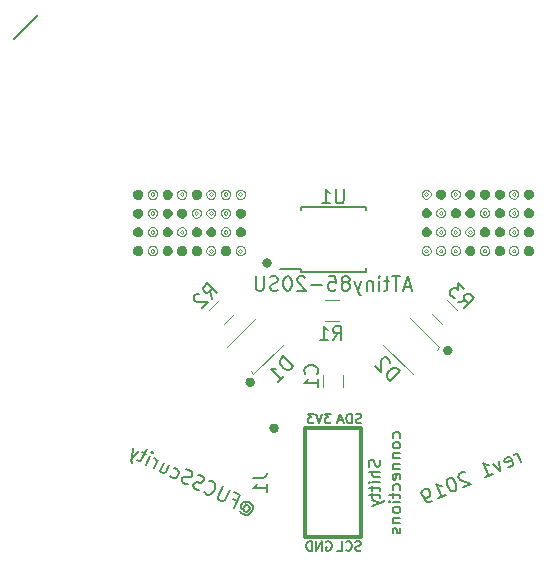
<source format=gbr>
G04 #@! TF.GenerationSoftware,KiCad,Pcbnew,5.0.2-1.fc29*
G04 #@! TF.CreationDate,2019-03-13T19:30:33+00:00*
G04 #@! TF.ProjectId,fuccs-shitty-addon,66756363-732d-4736-9869-7474792d6164,rev?*
G04 #@! TF.SameCoordinates,Original*
G04 #@! TF.FileFunction,Legend,Bot*
G04 #@! TF.FilePolarity,Positive*
%FSLAX46Y46*%
G04 Gerber Fmt 4.6, Leading zero omitted, Abs format (unit mm)*
G04 Created by KiCad (PCBNEW 5.0.2-1.fc29) date Wed 13 Mar 2019 19:30:33 GMT*
%MOMM*%
%LPD*%
G01*
G04 APERTURE LIST*
%ADD10C,0.200000*%
%ADD11C,0.100000*%
%ADD12C,0.400000*%
%ADD13C,0.150000*%
%ADD14C,0.300000*%
%ADD15C,0.120000*%
G04 APERTURE END LIST*
D10*
X-7457704Y5465136D02*
X-7383434Y5492489D01*
X-7259945Y5495837D01*
X-7161506Y5447825D01*
X-7088116Y5348453D01*
X-7063947Y5273088D01*
X-7064826Y5146362D01*
X-7114926Y5043643D01*
X-7214245Y4964930D01*
X-7288515Y4937576D01*
X-7412004Y4934228D01*
X-7510443Y4982240D01*
X-7583833Y5081612D01*
X-7608003Y5156978D01*
X-7407604Y5567855D02*
X-7608003Y5156978D01*
X-7682272Y5129624D01*
X-7731492Y5153630D01*
X-7804881Y5253002D01*
X-7804001Y5379727D01*
X-7678753Y5636526D01*
X-7505164Y5742593D01*
X-7307405Y5773294D01*
X-7085477Y5728629D01*
X-6913648Y5581245D01*
X-6816088Y5406508D01*
X-6792798Y5204417D01*
X-6843778Y4974972D01*
X-6993197Y4793540D01*
X-7166785Y4687473D01*
X-7364544Y4656772D01*
X-7586472Y4701436D01*
X-7758301Y4848820D01*
X-7855861Y5023557D01*
X-8466267Y6020622D02*
X-8121730Y5852580D01*
X-8397277Y5287624D02*
X-7871232Y6366177D01*
X-8363429Y6606237D01*
X-8757186Y6798285D02*
X-9183032Y5925171D01*
X-9282351Y5846458D01*
X-9356621Y5819104D01*
X-9480110Y5815757D01*
X-9676989Y5911781D01*
X-9750378Y6011153D01*
X-9774548Y6086518D01*
X-9773668Y6213244D01*
X-9347822Y7086358D01*
X-10906601Y6638657D02*
X-10882431Y6563291D01*
X-10759822Y6439914D01*
X-10661382Y6391902D01*
X-10488673Y6371243D01*
X-10340134Y6425950D01*
X-10240815Y6504664D01*
X-10091396Y6686096D01*
X-10016247Y6840175D01*
X-9965268Y7069620D01*
X-9964388Y7196345D01*
X-10012728Y7347077D01*
X-10135337Y7470454D01*
X-10233776Y7518466D01*
X-10406485Y7539125D01*
X-10480754Y7511771D01*
X-11325408Y6779346D02*
X-11498117Y6800004D01*
X-11744215Y6920034D01*
X-11817605Y7019406D01*
X-11841774Y7094772D01*
X-11840895Y7221497D01*
X-11790795Y7324217D01*
X-11691476Y7402930D01*
X-11617206Y7430283D01*
X-11493717Y7433631D01*
X-11271789Y7388967D01*
X-11148300Y7392314D01*
X-11074030Y7419668D01*
X-10974711Y7498381D01*
X-10924611Y7601100D01*
X-10923731Y7727826D01*
X-10947901Y7803191D01*
X-11021291Y7902563D01*
X-11267389Y8022593D01*
X-11440098Y8043252D01*
X-12309801Y7259467D02*
X-12482510Y7280125D01*
X-12728608Y7400155D01*
X-12801998Y7499527D01*
X-12826168Y7574893D01*
X-12825288Y7701618D01*
X-12775189Y7804337D01*
X-12675869Y7883051D01*
X-12601600Y7910404D01*
X-12478111Y7913752D01*
X-12256182Y7869087D01*
X-12132693Y7872435D01*
X-12058424Y7899789D01*
X-11959104Y7978502D01*
X-11909005Y8081221D01*
X-11908125Y8207946D01*
X-11932295Y8283312D01*
X-12005684Y8382684D01*
X-12251783Y8502714D01*
X-12424492Y8523373D01*
X-13786392Y7979648D02*
X-13713002Y7880276D01*
X-13516123Y7784252D01*
X-13392634Y7787599D01*
X-13318365Y7814953D01*
X-13219045Y7893666D01*
X-13068747Y8201824D01*
X-13067867Y8328550D01*
X-13092037Y8403915D01*
X-13165426Y8503287D01*
X-13362305Y8599311D01*
X-13485794Y8595964D01*
X-14346699Y9079432D02*
X-14697395Y8360397D01*
X-13903721Y8863378D02*
X-14179269Y8298421D01*
X-14278588Y8219708D01*
X-14402077Y8216361D01*
X-14549736Y8288379D01*
X-14623126Y8387750D01*
X-14647296Y8463116D01*
X-15189592Y8600457D02*
X-14838895Y9319492D01*
X-14939094Y9114054D02*
X-14938215Y9240779D01*
X-14962384Y9316145D01*
X-15035774Y9415517D01*
X-15134213Y9463529D01*
X-15829448Y8912536D02*
X-15478751Y9631571D01*
X-15303403Y9991089D02*
X-15279233Y9915723D01*
X-15353502Y9888369D01*
X-15377672Y9963735D01*
X-15303403Y9991089D01*
X-15353502Y9888369D01*
X-15823289Y9799613D02*
X-16217046Y9991661D01*
X-15795599Y10231149D02*
X-16246495Y9306675D01*
X-16345815Y9227962D01*
X-16469304Y9224614D01*
X-16567743Y9272626D01*
X-16463145Y10111692D02*
X-17059940Y9512687D01*
X-16955341Y10351752D02*
X-17059940Y9512687D01*
X-17086749Y9207876D01*
X-17062579Y9132511D01*
X-16989190Y9033139D01*
X15914298Y9182095D02*
X15588909Y9912931D01*
X15681877Y9704121D02*
X15583190Y9785284D01*
X15507746Y9814245D01*
X15380098Y9819963D01*
X15275693Y9773479D01*
X14794801Y8746214D02*
X14922449Y8740495D01*
X15131259Y8833464D01*
X15212422Y8932150D01*
X15218141Y9059798D01*
X15032204Y9477418D01*
X14933517Y9558582D01*
X14805870Y9564300D01*
X14597059Y9471332D01*
X14515896Y9372645D01*
X14510178Y9244998D01*
X14556662Y9140592D01*
X15125172Y9268608D01*
X14075033Y9238911D02*
X14139410Y8391864D01*
X13553007Y9006490D01*
X12886547Y7834054D02*
X13512979Y8112959D01*
X13199763Y7973506D02*
X12711679Y9069761D01*
X12885811Y8959637D01*
X13036700Y8901716D01*
X13164347Y8895998D01*
X11192085Y8268093D02*
X11116641Y8297053D01*
X10988993Y8302772D01*
X10727980Y8186561D01*
X10646817Y8087874D01*
X10617857Y8012430D01*
X10612138Y7884782D01*
X10658623Y7780377D01*
X10780551Y7647011D01*
X11685888Y7299485D01*
X11007254Y6997338D01*
X9840536Y7791446D02*
X9736131Y7744961D01*
X9654968Y7646275D01*
X9626007Y7570830D01*
X9620289Y7443183D01*
X9661055Y7211130D01*
X9777265Y6950117D01*
X9922436Y6764549D01*
X10021123Y6683386D01*
X10096568Y6654425D01*
X10224215Y6648707D01*
X10328620Y6695191D01*
X10409783Y6793878D01*
X10438744Y6869322D01*
X10444462Y6996970D01*
X10403696Y7229022D01*
X10287486Y7490035D01*
X10142315Y7675603D01*
X10043628Y7756767D01*
X9968183Y7785727D01*
X9840536Y7791446D01*
X8919150Y6067654D02*
X9545581Y6346560D01*
X9232366Y6207107D02*
X8744282Y7303362D01*
X8918413Y7193238D01*
X9069303Y7135317D01*
X9196950Y7129599D01*
X8397124Y5835233D02*
X8188314Y5742265D01*
X8060666Y5747984D01*
X7985222Y5776944D01*
X7811090Y5887068D01*
X7665919Y6072636D01*
X7479982Y6490257D01*
X7485701Y6617904D01*
X7514661Y6693349D01*
X7595824Y6792035D01*
X7804635Y6885004D01*
X7932282Y6879285D01*
X8007727Y6850325D01*
X8106414Y6769162D01*
X8222624Y6508149D01*
X8216906Y6380502D01*
X8187945Y6305057D01*
X8106782Y6206370D01*
X7897972Y6113402D01*
X7770324Y6119120D01*
X7694880Y6148081D01*
X7596193Y6229244D01*
D11*
X-16866443Y26830982D02*
X-16866443Y27211934D01*
X-16818824Y27259553D02*
X-16628348Y27402410D01*
X-16818824Y26783363D02*
X-16628348Y26640506D01*
X-16818824Y26735744D02*
X-16818824Y27307172D01*
X-16771205Y27307172D02*
X-16771205Y26735744D01*
X-16723586Y26688125D02*
X-16723586Y27354791D01*
X-16675967Y27354791D02*
X-16675967Y26688125D01*
X-16628348Y26640506D02*
X-16628348Y27402410D01*
X-16580729Y27402410D02*
X-16580729Y26640506D01*
X-16533110Y26640506D02*
X-16533110Y27402410D01*
X-16485491Y27402410D02*
X-16485491Y26640506D01*
X-16437872Y27402410D02*
X-16247396Y27259553D01*
X-16437872Y26640506D02*
X-16437872Y27402410D01*
X-16437872Y26640506D02*
X-16247396Y26783363D01*
X-16390253Y27354791D02*
X-16390253Y26688125D01*
X-16342634Y26688125D02*
X-16342634Y27354791D01*
X-16295015Y27307172D02*
X-16295015Y26735744D01*
X-16247396Y26735744D02*
X-16247396Y27307172D01*
X-16199777Y27211934D02*
X-16199777Y26830982D01*
X-16628348Y26640506D02*
X-16437872Y26640506D01*
X-16247396Y26735744D01*
X-16152157Y26926220D01*
X-16152157Y27116696D01*
X-16247396Y27307172D01*
X-16437872Y27402410D01*
X-16628348Y27402410D01*
X-16818824Y27307172D01*
X-16914062Y27116696D01*
X-16914062Y26926220D01*
X-16818824Y26735744D01*
X-16628348Y26640506D01*
X-15390253Y26640506D02*
X-15199777Y26640506D01*
X-15009300Y26735744D01*
X-14914062Y26926220D01*
X-14914062Y27116696D01*
X-15009300Y27307172D01*
X-15199777Y27402410D01*
X-15390253Y27402410D01*
X-15580729Y27307172D01*
X-15675967Y27116696D01*
X-15675967Y26926220D01*
X-15580729Y26735744D01*
X-15390253Y26640506D01*
X-15390253Y26926220D02*
X-15295015Y26878601D01*
X-15199777Y26926220D01*
X-15152157Y27021458D01*
X-15199777Y27116696D01*
X-15295015Y27164315D01*
X-15390253Y27116696D01*
X-15437872Y27021458D01*
X-15390253Y26926220D01*
X-14390253Y26830982D02*
X-14390253Y27211934D01*
X-14342634Y27259553D02*
X-14152157Y27402410D01*
X-14342634Y26783363D02*
X-14152157Y26640506D01*
X-14342634Y26735744D02*
X-14342634Y27307172D01*
X-14295015Y27307172D02*
X-14295015Y26735744D01*
X-14247396Y26688125D02*
X-14247396Y27354791D01*
X-14199777Y27354791D02*
X-14199777Y26688125D01*
X-14152157Y26640506D02*
X-14152157Y27402410D01*
X-14104538Y27402410D02*
X-14104538Y26640506D01*
X-14056919Y26640506D02*
X-14056919Y27402410D01*
X-14009300Y27402410D02*
X-14009300Y26640506D01*
X-13961681Y27402410D02*
X-13771205Y27259553D01*
X-13961681Y26640506D02*
X-13961681Y27402410D01*
X-13961681Y26640506D02*
X-13771205Y26783363D01*
X-13914062Y27354791D02*
X-13914062Y26688125D01*
X-13866443Y26688125D02*
X-13866443Y27354791D01*
X-13818824Y27307172D02*
X-13818824Y26735744D01*
X-13771205Y26735744D02*
X-13771205Y27307172D01*
X-13723586Y27211934D02*
X-13723586Y26830982D01*
X-14152157Y26640506D02*
X-13961681Y26640506D01*
X-13771205Y26735744D01*
X-13675967Y26926220D01*
X-13675967Y27116696D01*
X-13771205Y27307172D01*
X-13961681Y27402410D01*
X-14152157Y27402410D01*
X-14342634Y27307172D01*
X-14437872Y27116696D01*
X-14437872Y26926220D01*
X-14342634Y26735744D01*
X-14152157Y26640506D01*
X-13152157Y26830982D02*
X-13152157Y27211934D01*
X-13104538Y27259553D02*
X-12914062Y27402410D01*
X-13104538Y26783363D02*
X-12914062Y26640506D01*
X-13104538Y26735744D02*
X-13104538Y27307172D01*
X-13056919Y27307172D02*
X-13056919Y26735744D01*
X-13009300Y26688125D02*
X-13009300Y27354791D01*
X-12961681Y27354791D02*
X-12961681Y26688125D01*
X-12914062Y26640506D02*
X-12914062Y27402410D01*
X-12866443Y27402410D02*
X-12866443Y26640506D01*
X-12818824Y26640506D02*
X-12818824Y27402410D01*
X-12771205Y27402410D02*
X-12771205Y26640506D01*
X-12723586Y27402410D02*
X-12533110Y27259553D01*
X-12723586Y26640506D02*
X-12723586Y27402410D01*
X-12723586Y26640506D02*
X-12533110Y26783363D01*
X-12675967Y27354791D02*
X-12675967Y26688125D01*
X-12628348Y26688125D02*
X-12628348Y27354791D01*
X-12580729Y27307172D02*
X-12580729Y26735744D01*
X-12533110Y26735744D02*
X-12533110Y27307172D01*
X-12485491Y27211934D02*
X-12485491Y26830982D01*
X-12914062Y26640506D02*
X-12723586Y26640506D01*
X-12533110Y26735744D01*
X-12437872Y26926220D01*
X-12437872Y27116696D01*
X-12533110Y27307172D01*
X-12723586Y27402410D01*
X-12914062Y27402410D01*
X-13104538Y27307172D01*
X-13199777Y27116696D01*
X-13199777Y26926220D01*
X-13104538Y26735744D01*
X-12914062Y26640506D01*
X-11914062Y26830982D02*
X-11914062Y27211934D01*
X-11866443Y27259553D02*
X-11675967Y27402410D01*
X-11866443Y26783363D02*
X-11675967Y26640506D01*
X-11866443Y26735744D02*
X-11866443Y27307172D01*
X-11818824Y27307172D02*
X-11818824Y26735744D01*
X-11771205Y26688125D02*
X-11771205Y27354791D01*
X-11723586Y27354791D02*
X-11723586Y26688125D01*
X-11675967Y26640506D02*
X-11675967Y27402410D01*
X-11628348Y27402410D02*
X-11628348Y26640506D01*
X-11580729Y26640506D02*
X-11580729Y27402410D01*
X-11533110Y27402410D02*
X-11533110Y26640506D01*
X-11485491Y27402410D02*
X-11295015Y27259553D01*
X-11485491Y26640506D02*
X-11485491Y27402410D01*
X-11485491Y26640506D02*
X-11295015Y26783363D01*
X-11437872Y27354791D02*
X-11437872Y26688125D01*
X-11390253Y26688125D02*
X-11390253Y27354791D01*
X-11342634Y27307172D02*
X-11342634Y26735744D01*
X-11295015Y26735744D02*
X-11295015Y27307172D01*
X-11247396Y27211934D02*
X-11247396Y26830982D01*
X-11675967Y26640506D02*
X-11485491Y26640506D01*
X-11295015Y26735744D01*
X-11199777Y26926220D01*
X-11199777Y27116696D01*
X-11295015Y27307172D01*
X-11485491Y27402410D01*
X-11675967Y27402410D01*
X-11866443Y27307172D01*
X-11961681Y27116696D01*
X-11961681Y26926220D01*
X-11866443Y26735744D01*
X-11675967Y26640506D01*
X-10437872Y26640506D02*
X-10247396Y26640506D01*
X-10056919Y26735744D01*
X-9961681Y26926220D01*
X-9961681Y27116696D01*
X-10056919Y27307172D01*
X-10247396Y27402410D01*
X-10437872Y27402410D01*
X-10628348Y27307172D01*
X-10723586Y27116696D01*
X-10723586Y26926220D01*
X-10628348Y26735744D01*
X-10437872Y26640506D01*
X-10437872Y26926220D02*
X-10342634Y26878601D01*
X-10247396Y26926220D01*
X-10199777Y27021458D01*
X-10247396Y27116696D01*
X-10342634Y27164315D01*
X-10437872Y27116696D01*
X-10485491Y27021458D01*
X-10437872Y26926220D01*
X-9437872Y26830982D02*
X-9437872Y27211934D01*
X-9390253Y27259553D02*
X-9199777Y27402410D01*
X-9390253Y26783363D02*
X-9199777Y26640506D01*
X-9390253Y26735744D02*
X-9390253Y27307172D01*
X-9342634Y27307172D02*
X-9342634Y26735744D01*
X-9295015Y26688125D02*
X-9295015Y27354791D01*
X-9247396Y27354791D02*
X-9247396Y26688125D01*
X-9199777Y26640506D02*
X-9199777Y27402410D01*
X-9152157Y27402410D02*
X-9152157Y26640506D01*
X-9104538Y26640506D02*
X-9104538Y27402410D01*
X-9056919Y27402410D02*
X-9056919Y26640506D01*
X-9009300Y27402410D02*
X-8818824Y27259553D01*
X-9009300Y26640506D02*
X-9009300Y27402410D01*
X-9009300Y26640506D02*
X-8818824Y26783363D01*
X-8961681Y27354791D02*
X-8961681Y26688125D01*
X-8914062Y26688125D02*
X-8914062Y27354791D01*
X-8866443Y27307172D02*
X-8866443Y26735744D01*
X-8818824Y26735744D02*
X-8818824Y27307172D01*
X-8771205Y27211934D02*
X-8771205Y26830982D01*
X-9199777Y26640506D02*
X-9009300Y26640506D01*
X-8818824Y26735744D01*
X-8723586Y26926220D01*
X-8723586Y27116696D01*
X-8818824Y27307172D01*
X-9009300Y27402410D01*
X-9199777Y27402410D01*
X-9390253Y27307172D01*
X-9485491Y27116696D01*
X-9485491Y26926220D01*
X-9390253Y26735744D01*
X-9199777Y26640506D01*
X-7961681Y26640506D02*
X-7771205Y26640506D01*
X-7580729Y26735744D01*
X-7485491Y26926220D01*
X-7485491Y27116696D01*
X-7580729Y27307172D01*
X-7771205Y27402410D01*
X-7961681Y27402410D01*
X-8152157Y27307172D01*
X-8247396Y27116696D01*
X-8247396Y26926220D01*
X-8152157Y26735744D01*
X-7961681Y26640506D01*
X-7961681Y26926220D02*
X-7866443Y26878601D01*
X-7771205Y26926220D01*
X-7723586Y27021458D01*
X-7771205Y27116696D01*
X-7866443Y27164315D01*
X-7961681Y27116696D01*
X-8009300Y27021458D01*
X-7961681Y26926220D01*
X-16866443Y28430982D02*
X-16866443Y28811934D01*
X-16818824Y28859553D02*
X-16628348Y29002410D01*
X-16818824Y28383363D02*
X-16628348Y28240506D01*
X-16818824Y28335744D02*
X-16818824Y28907172D01*
X-16771205Y28907172D02*
X-16771205Y28335744D01*
X-16723586Y28288125D02*
X-16723586Y28954791D01*
X-16675967Y28954791D02*
X-16675967Y28288125D01*
X-16628348Y28240506D02*
X-16628348Y29002410D01*
X-16580729Y29002410D02*
X-16580729Y28240506D01*
X-16533110Y28240506D02*
X-16533110Y29002410D01*
X-16485491Y29002410D02*
X-16485491Y28240506D01*
X-16437872Y29002410D02*
X-16247396Y28859553D01*
X-16437872Y28240506D02*
X-16437872Y29002410D01*
X-16437872Y28240506D02*
X-16247396Y28383363D01*
X-16390253Y28954791D02*
X-16390253Y28288125D01*
X-16342634Y28288125D02*
X-16342634Y28954791D01*
X-16295015Y28907172D02*
X-16295015Y28335744D01*
X-16247396Y28335744D02*
X-16247396Y28907172D01*
X-16199777Y28811934D02*
X-16199777Y28430982D01*
X-16628348Y28240506D02*
X-16437872Y28240506D01*
X-16247396Y28335744D01*
X-16152157Y28526220D01*
X-16152157Y28716696D01*
X-16247396Y28907172D01*
X-16437872Y29002410D01*
X-16628348Y29002410D01*
X-16818824Y28907172D01*
X-16914062Y28716696D01*
X-16914062Y28526220D01*
X-16818824Y28335744D01*
X-16628348Y28240506D01*
X-15390253Y28240506D02*
X-15199777Y28240506D01*
X-15009300Y28335744D01*
X-14914062Y28526220D01*
X-14914062Y28716696D01*
X-15009300Y28907172D01*
X-15199777Y29002410D01*
X-15390253Y29002410D01*
X-15580729Y28907172D01*
X-15675967Y28716696D01*
X-15675967Y28526220D01*
X-15580729Y28335744D01*
X-15390253Y28240506D01*
X-15390253Y28526220D02*
X-15295015Y28478601D01*
X-15199777Y28526220D01*
X-15152157Y28621458D01*
X-15199777Y28716696D01*
X-15295015Y28764315D01*
X-15390253Y28716696D01*
X-15437872Y28621458D01*
X-15390253Y28526220D01*
X-14390253Y28430982D02*
X-14390253Y28811934D01*
X-14342634Y28859553D02*
X-14152157Y29002410D01*
X-14342634Y28383363D02*
X-14152157Y28240506D01*
X-14342634Y28335744D02*
X-14342634Y28907172D01*
X-14295015Y28907172D02*
X-14295015Y28335744D01*
X-14247396Y28288125D02*
X-14247396Y28954791D01*
X-14199777Y28954791D02*
X-14199777Y28288125D01*
X-14152157Y28240506D02*
X-14152157Y29002410D01*
X-14104538Y29002410D02*
X-14104538Y28240506D01*
X-14056919Y28240506D02*
X-14056919Y29002410D01*
X-14009300Y29002410D02*
X-14009300Y28240506D01*
X-13961681Y29002410D02*
X-13771205Y28859553D01*
X-13961681Y28240506D02*
X-13961681Y29002410D01*
X-13961681Y28240506D02*
X-13771205Y28383363D01*
X-13914062Y28954791D02*
X-13914062Y28288125D01*
X-13866443Y28288125D02*
X-13866443Y28954791D01*
X-13818824Y28907172D02*
X-13818824Y28335744D01*
X-13771205Y28335744D02*
X-13771205Y28907172D01*
X-13723586Y28811934D02*
X-13723586Y28430982D01*
X-14152157Y28240506D02*
X-13961681Y28240506D01*
X-13771205Y28335744D01*
X-13675967Y28526220D01*
X-13675967Y28716696D01*
X-13771205Y28907172D01*
X-13961681Y29002410D01*
X-14152157Y29002410D01*
X-14342634Y28907172D01*
X-14437872Y28716696D01*
X-14437872Y28526220D01*
X-14342634Y28335744D01*
X-14152157Y28240506D01*
X-12914062Y28240506D02*
X-12723586Y28240506D01*
X-12533110Y28335744D01*
X-12437872Y28526220D01*
X-12437872Y28716696D01*
X-12533110Y28907172D01*
X-12723586Y29002410D01*
X-12914062Y29002410D01*
X-13104538Y28907172D01*
X-13199777Y28716696D01*
X-13199777Y28526220D01*
X-13104538Y28335744D01*
X-12914062Y28240506D01*
X-12914062Y28526220D02*
X-12818824Y28478601D01*
X-12723586Y28526220D01*
X-12675967Y28621458D01*
X-12723586Y28716696D01*
X-12818824Y28764315D01*
X-12914062Y28716696D01*
X-12961681Y28621458D01*
X-12914062Y28526220D01*
X-11914062Y28430982D02*
X-11914062Y28811934D01*
X-11866443Y28859553D02*
X-11675967Y29002410D01*
X-11866443Y28383363D02*
X-11675967Y28240506D01*
X-11866443Y28335744D02*
X-11866443Y28907172D01*
X-11818824Y28907172D02*
X-11818824Y28335744D01*
X-11771205Y28288125D02*
X-11771205Y28954791D01*
X-11723586Y28954791D02*
X-11723586Y28288125D01*
X-11675967Y28240506D02*
X-11675967Y29002410D01*
X-11628348Y29002410D02*
X-11628348Y28240506D01*
X-11580729Y28240506D02*
X-11580729Y29002410D01*
X-11533110Y29002410D02*
X-11533110Y28240506D01*
X-11485491Y29002410D02*
X-11295015Y28859553D01*
X-11485491Y28240506D02*
X-11485491Y29002410D01*
X-11485491Y28240506D02*
X-11295015Y28383363D01*
X-11437872Y28954791D02*
X-11437872Y28288125D01*
X-11390253Y28288125D02*
X-11390253Y28954791D01*
X-11342634Y28907172D02*
X-11342634Y28335744D01*
X-11295015Y28335744D02*
X-11295015Y28907172D01*
X-11247396Y28811934D02*
X-11247396Y28430982D01*
X-11675967Y28240506D02*
X-11485491Y28240506D01*
X-11295015Y28335744D01*
X-11199777Y28526220D01*
X-11199777Y28716696D01*
X-11295015Y28907172D01*
X-11485491Y29002410D01*
X-11675967Y29002410D01*
X-11866443Y28907172D01*
X-11961681Y28716696D01*
X-11961681Y28526220D01*
X-11866443Y28335744D01*
X-11675967Y28240506D01*
X-10675967Y28430982D02*
X-10675967Y28811934D01*
X-10628348Y28859553D02*
X-10437872Y29002410D01*
X-10628348Y28383363D02*
X-10437872Y28240506D01*
X-10628348Y28335744D02*
X-10628348Y28907172D01*
X-10580729Y28907172D02*
X-10580729Y28335744D01*
X-10533110Y28288125D02*
X-10533110Y28954791D01*
X-10485491Y28954791D02*
X-10485491Y28288125D01*
X-10437872Y28240506D02*
X-10437872Y29002410D01*
X-10390253Y29002410D02*
X-10390253Y28240506D01*
X-10342634Y28240506D02*
X-10342634Y29002410D01*
X-10295015Y29002410D02*
X-10295015Y28240506D01*
X-10247396Y29002410D02*
X-10056919Y28859553D01*
X-10247396Y28240506D02*
X-10247396Y29002410D01*
X-10247396Y28240506D02*
X-10056919Y28383363D01*
X-10199777Y28954791D02*
X-10199777Y28288125D01*
X-10152157Y28288125D02*
X-10152157Y28954791D01*
X-10104538Y28907172D02*
X-10104538Y28335744D01*
X-10056919Y28335744D02*
X-10056919Y28907172D01*
X-10009300Y28811934D02*
X-10009300Y28430982D01*
X-10437872Y28240506D02*
X-10247396Y28240506D01*
X-10056919Y28335744D01*
X-9961681Y28526220D01*
X-9961681Y28716696D01*
X-10056919Y28907172D01*
X-10247396Y29002410D01*
X-10437872Y29002410D01*
X-10628348Y28907172D01*
X-10723586Y28716696D01*
X-10723586Y28526220D01*
X-10628348Y28335744D01*
X-10437872Y28240506D01*
X-9199777Y28240506D02*
X-9009300Y28240506D01*
X-8818824Y28335744D01*
X-8723586Y28526220D01*
X-8723586Y28716696D01*
X-8818824Y28907172D01*
X-9009300Y29002410D01*
X-9199777Y29002410D01*
X-9390253Y28907172D01*
X-9485491Y28716696D01*
X-9485491Y28526220D01*
X-9390253Y28335744D01*
X-9199777Y28240506D01*
X-9199777Y28526220D02*
X-9104538Y28478601D01*
X-9009300Y28526220D01*
X-8961681Y28621458D01*
X-9009300Y28716696D01*
X-9104538Y28764315D01*
X-9199777Y28716696D01*
X-9247396Y28621458D01*
X-9199777Y28526220D01*
X-8199777Y28430982D02*
X-8199777Y28811934D01*
X-8152157Y28859553D02*
X-7961681Y29002410D01*
X-8152157Y28383363D02*
X-7961681Y28240506D01*
X-8152157Y28335744D02*
X-8152157Y28907172D01*
X-8104538Y28907172D02*
X-8104538Y28335744D01*
X-8056919Y28288125D02*
X-8056919Y28954791D01*
X-8009300Y28954791D02*
X-8009300Y28288125D01*
X-7961681Y28240506D02*
X-7961681Y29002410D01*
X-7914062Y29002410D02*
X-7914062Y28240506D01*
X-7866443Y28240506D02*
X-7866443Y29002410D01*
X-7818824Y29002410D02*
X-7818824Y28240506D01*
X-7771205Y29002410D02*
X-7580729Y28859553D01*
X-7771205Y28240506D02*
X-7771205Y29002410D01*
X-7771205Y28240506D02*
X-7580729Y28383363D01*
X-7723586Y28954791D02*
X-7723586Y28288125D01*
X-7675967Y28288125D02*
X-7675967Y28954791D01*
X-7628348Y28907172D02*
X-7628348Y28335744D01*
X-7580729Y28335744D02*
X-7580729Y28907172D01*
X-7533110Y28811934D02*
X-7533110Y28430982D01*
X-7961681Y28240506D02*
X-7771205Y28240506D01*
X-7580729Y28335744D01*
X-7485491Y28526220D01*
X-7485491Y28716696D01*
X-7580729Y28907172D01*
X-7771205Y29002410D01*
X-7961681Y29002410D01*
X-8152157Y28907172D01*
X-8247396Y28716696D01*
X-8247396Y28526220D01*
X-8152157Y28335744D01*
X-7961681Y28240506D01*
X-16866443Y30030982D02*
X-16866443Y30411934D01*
X-16818824Y30459553D02*
X-16628348Y30602410D01*
X-16818824Y29983363D02*
X-16628348Y29840506D01*
X-16818824Y29935744D02*
X-16818824Y30507172D01*
X-16771205Y30507172D02*
X-16771205Y29935744D01*
X-16723586Y29888125D02*
X-16723586Y30554791D01*
X-16675967Y30554791D02*
X-16675967Y29888125D01*
X-16628348Y29840506D02*
X-16628348Y30602410D01*
X-16580729Y30602410D02*
X-16580729Y29840506D01*
X-16533110Y29840506D02*
X-16533110Y30602410D01*
X-16485491Y30602410D02*
X-16485491Y29840506D01*
X-16437872Y30602410D02*
X-16247396Y30459553D01*
X-16437872Y29840506D02*
X-16437872Y30602410D01*
X-16437872Y29840506D02*
X-16247396Y29983363D01*
X-16390253Y30554791D02*
X-16390253Y29888125D01*
X-16342634Y29888125D02*
X-16342634Y30554791D01*
X-16295015Y30507172D02*
X-16295015Y29935744D01*
X-16247396Y29935744D02*
X-16247396Y30507172D01*
X-16199777Y30411934D02*
X-16199777Y30030982D01*
X-16628348Y29840506D02*
X-16437872Y29840506D01*
X-16247396Y29935744D01*
X-16152157Y30126220D01*
X-16152157Y30316696D01*
X-16247396Y30507172D01*
X-16437872Y30602410D01*
X-16628348Y30602410D01*
X-16818824Y30507172D01*
X-16914062Y30316696D01*
X-16914062Y30126220D01*
X-16818824Y29935744D01*
X-16628348Y29840506D01*
X-15390253Y29840506D02*
X-15199777Y29840506D01*
X-15009300Y29935744D01*
X-14914062Y30126220D01*
X-14914062Y30316696D01*
X-15009300Y30507172D01*
X-15199777Y30602410D01*
X-15390253Y30602410D01*
X-15580729Y30507172D01*
X-15675967Y30316696D01*
X-15675967Y30126220D01*
X-15580729Y29935744D01*
X-15390253Y29840506D01*
X-15390253Y30126220D02*
X-15295015Y30078601D01*
X-15199777Y30126220D01*
X-15152157Y30221458D01*
X-15199777Y30316696D01*
X-15295015Y30364315D01*
X-15390253Y30316696D01*
X-15437872Y30221458D01*
X-15390253Y30126220D01*
X-14390253Y30030982D02*
X-14390253Y30411934D01*
X-14342634Y30459553D02*
X-14152157Y30602410D01*
X-14342634Y29983363D02*
X-14152157Y29840506D01*
X-14342634Y29935744D02*
X-14342634Y30507172D01*
X-14295015Y30507172D02*
X-14295015Y29935744D01*
X-14247396Y29888125D02*
X-14247396Y30554791D01*
X-14199777Y30554791D02*
X-14199777Y29888125D01*
X-14152157Y29840506D02*
X-14152157Y30602410D01*
X-14104538Y30602410D02*
X-14104538Y29840506D01*
X-14056919Y29840506D02*
X-14056919Y30602410D01*
X-14009300Y30602410D02*
X-14009300Y29840506D01*
X-13961681Y30602410D02*
X-13771205Y30459553D01*
X-13961681Y29840506D02*
X-13961681Y30602410D01*
X-13961681Y29840506D02*
X-13771205Y29983363D01*
X-13914062Y30554791D02*
X-13914062Y29888125D01*
X-13866443Y29888125D02*
X-13866443Y30554791D01*
X-13818824Y30507172D02*
X-13818824Y29935744D01*
X-13771205Y29935744D02*
X-13771205Y30507172D01*
X-13723586Y30411934D02*
X-13723586Y30030982D01*
X-14152157Y29840506D02*
X-13961681Y29840506D01*
X-13771205Y29935744D01*
X-13675967Y30126220D01*
X-13675967Y30316696D01*
X-13771205Y30507172D01*
X-13961681Y30602410D01*
X-14152157Y30602410D01*
X-14342634Y30507172D01*
X-14437872Y30316696D01*
X-14437872Y30126220D01*
X-14342634Y29935744D01*
X-14152157Y29840506D01*
X-13152157Y30030982D02*
X-13152157Y30411934D01*
X-13104538Y30459553D02*
X-12914062Y30602410D01*
X-13104538Y29983363D02*
X-12914062Y29840506D01*
X-13104538Y29935744D02*
X-13104538Y30507172D01*
X-13056919Y30507172D02*
X-13056919Y29935744D01*
X-13009300Y29888125D02*
X-13009300Y30554791D01*
X-12961681Y30554791D02*
X-12961681Y29888125D01*
X-12914062Y29840506D02*
X-12914062Y30602410D01*
X-12866443Y30602410D02*
X-12866443Y29840506D01*
X-12818824Y29840506D02*
X-12818824Y30602410D01*
X-12771205Y30602410D02*
X-12771205Y29840506D01*
X-12723586Y30602410D02*
X-12533110Y30459553D01*
X-12723586Y29840506D02*
X-12723586Y30602410D01*
X-12723586Y29840506D02*
X-12533110Y29983363D01*
X-12675967Y30554791D02*
X-12675967Y29888125D01*
X-12628348Y29888125D02*
X-12628348Y30554791D01*
X-12580729Y30507172D02*
X-12580729Y29935744D01*
X-12533110Y29935744D02*
X-12533110Y30507172D01*
X-12485491Y30411934D02*
X-12485491Y30030982D01*
X-12914062Y29840506D02*
X-12723586Y29840506D01*
X-12533110Y29935744D01*
X-12437872Y30126220D01*
X-12437872Y30316696D01*
X-12533110Y30507172D01*
X-12723586Y30602410D01*
X-12914062Y30602410D01*
X-13104538Y30507172D01*
X-13199777Y30316696D01*
X-13199777Y30126220D01*
X-13104538Y29935744D01*
X-12914062Y29840506D01*
X-11675967Y29840506D02*
X-11485491Y29840506D01*
X-11295015Y29935744D01*
X-11199777Y30126220D01*
X-11199777Y30316696D01*
X-11295015Y30507172D01*
X-11485491Y30602410D01*
X-11675967Y30602410D01*
X-11866443Y30507172D01*
X-11961681Y30316696D01*
X-11961681Y30126220D01*
X-11866443Y29935744D01*
X-11675967Y29840506D01*
X-11675967Y30126220D02*
X-11580729Y30078601D01*
X-11485491Y30126220D01*
X-11437872Y30221458D01*
X-11485491Y30316696D01*
X-11580729Y30364315D01*
X-11675967Y30316696D01*
X-11723586Y30221458D01*
X-11675967Y30126220D01*
X-10437872Y29840506D02*
X-10247396Y29840506D01*
X-10056919Y29935744D01*
X-9961681Y30126220D01*
X-9961681Y30316696D01*
X-10056919Y30507172D01*
X-10247396Y30602410D01*
X-10437872Y30602410D01*
X-10628348Y30507172D01*
X-10723586Y30316696D01*
X-10723586Y30126220D01*
X-10628348Y29935744D01*
X-10437872Y29840506D01*
X-10437872Y30126220D02*
X-10342634Y30078601D01*
X-10247396Y30126220D01*
X-10199777Y30221458D01*
X-10247396Y30316696D01*
X-10342634Y30364315D01*
X-10437872Y30316696D01*
X-10485491Y30221458D01*
X-10437872Y30126220D01*
X-9199777Y29840506D02*
X-9009300Y29840506D01*
X-8818824Y29935744D01*
X-8723586Y30126220D01*
X-8723586Y30316696D01*
X-8818824Y30507172D01*
X-9009300Y30602410D01*
X-9199777Y30602410D01*
X-9390253Y30507172D01*
X-9485491Y30316696D01*
X-9485491Y30126220D01*
X-9390253Y29935744D01*
X-9199777Y29840506D01*
X-9199777Y30126220D02*
X-9104538Y30078601D01*
X-9009300Y30126220D01*
X-8961681Y30221458D01*
X-9009300Y30316696D01*
X-9104538Y30364315D01*
X-9199777Y30316696D01*
X-9247396Y30221458D01*
X-9199777Y30126220D01*
X-8199777Y30030982D02*
X-8199777Y30411934D01*
X-8152157Y30459553D02*
X-7961681Y30602410D01*
X-8152157Y29983363D02*
X-7961681Y29840506D01*
X-8152157Y29935744D02*
X-8152157Y30507172D01*
X-8104538Y30507172D02*
X-8104538Y29935744D01*
X-8056919Y29888125D02*
X-8056919Y30554791D01*
X-8009300Y30554791D02*
X-8009300Y29888125D01*
X-7961681Y29840506D02*
X-7961681Y30602410D01*
X-7914062Y30602410D02*
X-7914062Y29840506D01*
X-7866443Y29840506D02*
X-7866443Y30602410D01*
X-7818824Y30602410D02*
X-7818824Y29840506D01*
X-7771205Y30602410D02*
X-7580729Y30459553D01*
X-7771205Y29840506D02*
X-7771205Y30602410D01*
X-7771205Y29840506D02*
X-7580729Y29983363D01*
X-7723586Y30554791D02*
X-7723586Y29888125D01*
X-7675967Y29888125D02*
X-7675967Y30554791D01*
X-7628348Y30507172D02*
X-7628348Y29935744D01*
X-7580729Y29935744D02*
X-7580729Y30507172D01*
X-7533110Y30411934D02*
X-7533110Y30030982D01*
X-7961681Y29840506D02*
X-7771205Y29840506D01*
X-7580729Y29935744D01*
X-7485491Y30126220D01*
X-7485491Y30316696D01*
X-7580729Y30507172D01*
X-7771205Y30602410D01*
X-7961681Y30602410D01*
X-8152157Y30507172D01*
X-8247396Y30316696D01*
X-8247396Y30126220D01*
X-8152157Y29935744D01*
X-7961681Y29840506D01*
X-16866443Y31630982D02*
X-16866443Y32011934D01*
X-16818824Y32059553D02*
X-16628348Y32202410D01*
X-16818824Y31583363D02*
X-16628348Y31440506D01*
X-16818824Y31535744D02*
X-16818824Y32107172D01*
X-16771205Y32107172D02*
X-16771205Y31535744D01*
X-16723586Y31488125D02*
X-16723586Y32154791D01*
X-16675967Y32154791D02*
X-16675967Y31488125D01*
X-16628348Y31440506D02*
X-16628348Y32202410D01*
X-16580729Y32202410D02*
X-16580729Y31440506D01*
X-16533110Y31440506D02*
X-16533110Y32202410D01*
X-16485491Y32202410D02*
X-16485491Y31440506D01*
X-16437872Y32202410D02*
X-16247396Y32059553D01*
X-16437872Y31440506D02*
X-16437872Y32202410D01*
X-16437872Y31440506D02*
X-16247396Y31583363D01*
X-16390253Y32154791D02*
X-16390253Y31488125D01*
X-16342634Y31488125D02*
X-16342634Y32154791D01*
X-16295015Y32107172D02*
X-16295015Y31535744D01*
X-16247396Y31535744D02*
X-16247396Y32107172D01*
X-16199777Y32011934D02*
X-16199777Y31630982D01*
X-16628348Y31440506D02*
X-16437872Y31440506D01*
X-16247396Y31535744D01*
X-16152157Y31726220D01*
X-16152157Y31916696D01*
X-16247396Y32107172D01*
X-16437872Y32202410D01*
X-16628348Y32202410D01*
X-16818824Y32107172D01*
X-16914062Y31916696D01*
X-16914062Y31726220D01*
X-16818824Y31535744D01*
X-16628348Y31440506D01*
X-15390253Y31440506D02*
X-15199777Y31440506D01*
X-15009300Y31535744D01*
X-14914062Y31726220D01*
X-14914062Y31916696D01*
X-15009300Y32107172D01*
X-15199777Y32202410D01*
X-15390253Y32202410D01*
X-15580729Y32107172D01*
X-15675967Y31916696D01*
X-15675967Y31726220D01*
X-15580729Y31535744D01*
X-15390253Y31440506D01*
X-15390253Y31726220D02*
X-15295015Y31678601D01*
X-15199777Y31726220D01*
X-15152157Y31821458D01*
X-15199777Y31916696D01*
X-15295015Y31964315D01*
X-15390253Y31916696D01*
X-15437872Y31821458D01*
X-15390253Y31726220D01*
X-14390253Y31630982D02*
X-14390253Y32011934D01*
X-14342634Y32059553D02*
X-14152157Y32202410D01*
X-14342634Y31583363D02*
X-14152157Y31440506D01*
X-14342634Y31535744D02*
X-14342634Y32107172D01*
X-14295015Y32107172D02*
X-14295015Y31535744D01*
X-14247396Y31488125D02*
X-14247396Y32154791D01*
X-14199777Y32154791D02*
X-14199777Y31488125D01*
X-14152157Y31440506D02*
X-14152157Y32202410D01*
X-14104538Y32202410D02*
X-14104538Y31440506D01*
X-14056919Y31440506D02*
X-14056919Y32202410D01*
X-14009300Y32202410D02*
X-14009300Y31440506D01*
X-13961681Y32202410D02*
X-13771205Y32059553D01*
X-13961681Y31440506D02*
X-13961681Y32202410D01*
X-13961681Y31440506D02*
X-13771205Y31583363D01*
X-13914062Y32154791D02*
X-13914062Y31488125D01*
X-13866443Y31488125D02*
X-13866443Y32154791D01*
X-13818824Y32107172D02*
X-13818824Y31535744D01*
X-13771205Y31535744D02*
X-13771205Y32107172D01*
X-13723586Y32011934D02*
X-13723586Y31630982D01*
X-14152157Y31440506D02*
X-13961681Y31440506D01*
X-13771205Y31535744D01*
X-13675967Y31726220D01*
X-13675967Y31916696D01*
X-13771205Y32107172D01*
X-13961681Y32202410D01*
X-14152157Y32202410D01*
X-14342634Y32107172D01*
X-14437872Y31916696D01*
X-14437872Y31726220D01*
X-14342634Y31535744D01*
X-14152157Y31440506D01*
X-12914062Y31440506D02*
X-12723586Y31440506D01*
X-12533110Y31535744D01*
X-12437872Y31726220D01*
X-12437872Y31916696D01*
X-12533110Y32107172D01*
X-12723586Y32202410D01*
X-12914062Y32202410D01*
X-13104538Y32107172D01*
X-13199777Y31916696D01*
X-13199777Y31726220D01*
X-13104538Y31535744D01*
X-12914062Y31440506D01*
X-12914062Y31726220D02*
X-12818824Y31678601D01*
X-12723586Y31726220D01*
X-12675967Y31821458D01*
X-12723586Y31916696D01*
X-12818824Y31964315D01*
X-12914062Y31916696D01*
X-12961681Y31821458D01*
X-12914062Y31726220D01*
X-11914062Y31630982D02*
X-11914062Y32011934D01*
X-11866443Y32059553D02*
X-11675967Y32202410D01*
X-11866443Y31583363D02*
X-11675967Y31440506D01*
X-11866443Y31535744D02*
X-11866443Y32107172D01*
X-11818824Y32107172D02*
X-11818824Y31535744D01*
X-11771205Y31488125D02*
X-11771205Y32154791D01*
X-11723586Y32154791D02*
X-11723586Y31488125D01*
X-11675967Y31440506D02*
X-11675967Y32202410D01*
X-11628348Y32202410D02*
X-11628348Y31440506D01*
X-11580729Y31440506D02*
X-11580729Y32202410D01*
X-11533110Y32202410D02*
X-11533110Y31440506D01*
X-11485491Y32202410D02*
X-11295015Y32059553D01*
X-11485491Y31440506D02*
X-11485491Y32202410D01*
X-11485491Y31440506D02*
X-11295015Y31583363D01*
X-11437872Y32154791D02*
X-11437872Y31488125D01*
X-11390253Y31488125D02*
X-11390253Y32154791D01*
X-11342634Y32107172D02*
X-11342634Y31535744D01*
X-11295015Y31535744D02*
X-11295015Y32107172D01*
X-11247396Y32011934D02*
X-11247396Y31630982D01*
X-11675967Y31440506D02*
X-11485491Y31440506D01*
X-11295015Y31535744D01*
X-11199777Y31726220D01*
X-11199777Y31916696D01*
X-11295015Y32107172D01*
X-11485491Y32202410D01*
X-11675967Y32202410D01*
X-11866443Y32107172D01*
X-11961681Y31916696D01*
X-11961681Y31726220D01*
X-11866443Y31535744D01*
X-11675967Y31440506D01*
X-10437872Y31440506D02*
X-10247396Y31440506D01*
X-10056919Y31535744D01*
X-9961681Y31726220D01*
X-9961681Y31916696D01*
X-10056919Y32107172D01*
X-10247396Y32202410D01*
X-10437872Y32202410D01*
X-10628348Y32107172D01*
X-10723586Y31916696D01*
X-10723586Y31726220D01*
X-10628348Y31535744D01*
X-10437872Y31440506D01*
X-10437872Y31726220D02*
X-10342634Y31678601D01*
X-10247396Y31726220D01*
X-10199777Y31821458D01*
X-10247396Y31916696D01*
X-10342634Y31964315D01*
X-10437872Y31916696D01*
X-10485491Y31821458D01*
X-10437872Y31726220D01*
X-9199777Y31440506D02*
X-9009300Y31440506D01*
X-8818824Y31535744D01*
X-8723586Y31726220D01*
X-8723586Y31916696D01*
X-8818824Y32107172D01*
X-9009300Y32202410D01*
X-9199777Y32202410D01*
X-9390253Y32107172D01*
X-9485491Y31916696D01*
X-9485491Y31726220D01*
X-9390253Y31535744D01*
X-9199777Y31440506D01*
X-9199777Y31726220D02*
X-9104538Y31678601D01*
X-9009300Y31726220D01*
X-8961681Y31821458D01*
X-9009300Y31916696D01*
X-9104538Y31964315D01*
X-9199777Y31916696D01*
X-9247396Y31821458D01*
X-9199777Y31726220D01*
X-7961681Y31440506D02*
X-7771205Y31440506D01*
X-7580729Y31535744D01*
X-7485491Y31726220D01*
X-7485491Y31916696D01*
X-7580729Y32107172D01*
X-7771205Y32202410D01*
X-7961681Y32202410D01*
X-8152157Y32107172D01*
X-8247396Y31916696D01*
X-8247396Y31726220D01*
X-8152157Y31535744D01*
X-7961681Y31440506D01*
X-7961681Y31726220D02*
X-7866443Y31678601D01*
X-7771205Y31726220D01*
X-7723586Y31821458D01*
X-7771205Y31916696D01*
X-7866443Y31964315D01*
X-7961681Y31916696D01*
X-8009300Y31821458D01*
X-7961681Y31726220D01*
X16866889Y32019077D02*
X16866889Y31638125D01*
X16819270Y31590506D02*
X16628794Y31447649D01*
X16819270Y32066696D02*
X16628794Y32209553D01*
X16819270Y32114315D02*
X16819270Y31542887D01*
X16771651Y31542887D02*
X16771651Y32114315D01*
X16724032Y32161934D02*
X16724032Y31495268D01*
X16676413Y31495268D02*
X16676413Y32161934D01*
X16628794Y32209553D02*
X16628794Y31447649D01*
X16581175Y31447649D02*
X16581175Y32209553D01*
X16533556Y32209553D02*
X16533556Y31447649D01*
X16485937Y31447649D02*
X16485937Y32209553D01*
X16438318Y31447649D02*
X16247842Y31590506D01*
X16438318Y32209553D02*
X16438318Y31447649D01*
X16438318Y32209553D02*
X16247842Y32066696D01*
X16390699Y31495268D02*
X16390699Y32161934D01*
X16343080Y32161934D02*
X16343080Y31495268D01*
X16295461Y31542887D02*
X16295461Y32114315D01*
X16247842Y32114315D02*
X16247842Y31542887D01*
X16200223Y31638125D02*
X16200223Y32019077D01*
X16628794Y32209553D02*
X16438318Y32209553D01*
X16247842Y32114315D01*
X16152603Y31923839D01*
X16152603Y31733363D01*
X16247842Y31542887D01*
X16438318Y31447649D01*
X16628794Y31447649D01*
X16819270Y31542887D01*
X16914508Y31733363D01*
X16914508Y31923839D01*
X16819270Y32114315D01*
X16628794Y32209553D01*
X15390699Y32209553D02*
X15200223Y32209553D01*
X15009746Y32114315D01*
X14914508Y31923839D01*
X14914508Y31733363D01*
X15009746Y31542887D01*
X15200223Y31447649D01*
X15390699Y31447649D01*
X15581175Y31542887D01*
X15676413Y31733363D01*
X15676413Y31923839D01*
X15581175Y32114315D01*
X15390699Y32209553D01*
X15390699Y31923839D02*
X15295461Y31971458D01*
X15200223Y31923839D01*
X15152603Y31828601D01*
X15200223Y31733363D01*
X15295461Y31685744D01*
X15390699Y31733363D01*
X15438318Y31828601D01*
X15390699Y31923839D01*
X14390699Y32019077D02*
X14390699Y31638125D01*
X14343080Y31590506D02*
X14152603Y31447649D01*
X14343080Y32066696D02*
X14152603Y32209553D01*
X14343080Y32114315D02*
X14343080Y31542887D01*
X14295461Y31542887D02*
X14295461Y32114315D01*
X14247842Y32161934D02*
X14247842Y31495268D01*
X14200223Y31495268D02*
X14200223Y32161934D01*
X14152603Y32209553D02*
X14152603Y31447649D01*
X14104984Y31447649D02*
X14104984Y32209553D01*
X14057365Y32209553D02*
X14057365Y31447649D01*
X14009746Y31447649D02*
X14009746Y32209553D01*
X13962127Y31447649D02*
X13771651Y31590506D01*
X13962127Y32209553D02*
X13962127Y31447649D01*
X13962127Y32209553D02*
X13771651Y32066696D01*
X13914508Y31495268D02*
X13914508Y32161934D01*
X13866889Y32161934D02*
X13866889Y31495268D01*
X13819270Y31542887D02*
X13819270Y32114315D01*
X13771651Y32114315D02*
X13771651Y31542887D01*
X13724032Y31638125D02*
X13724032Y32019077D01*
X14152603Y32209553D02*
X13962127Y32209553D01*
X13771651Y32114315D01*
X13676413Y31923839D01*
X13676413Y31733363D01*
X13771651Y31542887D01*
X13962127Y31447649D01*
X14152603Y31447649D01*
X14343080Y31542887D01*
X14438318Y31733363D01*
X14438318Y31923839D01*
X14343080Y32114315D01*
X14152603Y32209553D01*
X13152603Y32019077D02*
X13152603Y31638125D01*
X13104984Y31590506D02*
X12914508Y31447649D01*
X13104984Y32066696D02*
X12914508Y32209553D01*
X13104984Y32114315D02*
X13104984Y31542887D01*
X13057365Y31542887D02*
X13057365Y32114315D01*
X13009746Y32161934D02*
X13009746Y31495268D01*
X12962127Y31495268D02*
X12962127Y32161934D01*
X12914508Y32209553D02*
X12914508Y31447649D01*
X12866889Y31447649D02*
X12866889Y32209553D01*
X12819270Y32209553D02*
X12819270Y31447649D01*
X12771651Y31447649D02*
X12771651Y32209553D01*
X12724032Y31447649D02*
X12533556Y31590506D01*
X12724032Y32209553D02*
X12724032Y31447649D01*
X12724032Y32209553D02*
X12533556Y32066696D01*
X12676413Y31495268D02*
X12676413Y32161934D01*
X12628794Y32161934D02*
X12628794Y31495268D01*
X12581175Y31542887D02*
X12581175Y32114315D01*
X12533556Y32114315D02*
X12533556Y31542887D01*
X12485937Y31638125D02*
X12485937Y32019077D01*
X12914508Y32209553D02*
X12724032Y32209553D01*
X12533556Y32114315D01*
X12438318Y31923839D01*
X12438318Y31733363D01*
X12533556Y31542887D01*
X12724032Y31447649D01*
X12914508Y31447649D01*
X13104984Y31542887D01*
X13200223Y31733363D01*
X13200223Y31923839D01*
X13104984Y32114315D01*
X12914508Y32209553D01*
X11914508Y32019077D02*
X11914508Y31638125D01*
X11866889Y31590506D02*
X11676413Y31447649D01*
X11866889Y32066696D02*
X11676413Y32209553D01*
X11866889Y32114315D02*
X11866889Y31542887D01*
X11819270Y31542887D02*
X11819270Y32114315D01*
X11771651Y32161934D02*
X11771651Y31495268D01*
X11724032Y31495268D02*
X11724032Y32161934D01*
X11676413Y32209553D02*
X11676413Y31447649D01*
X11628794Y31447649D02*
X11628794Y32209553D01*
X11581175Y32209553D02*
X11581175Y31447649D01*
X11533556Y31447649D02*
X11533556Y32209553D01*
X11485937Y31447649D02*
X11295461Y31590506D01*
X11485937Y32209553D02*
X11485937Y31447649D01*
X11485937Y32209553D02*
X11295461Y32066696D01*
X11438318Y31495268D02*
X11438318Y32161934D01*
X11390699Y32161934D02*
X11390699Y31495268D01*
X11343080Y31542887D02*
X11343080Y32114315D01*
X11295461Y32114315D02*
X11295461Y31542887D01*
X11247842Y31638125D02*
X11247842Y32019077D01*
X11676413Y32209553D02*
X11485937Y32209553D01*
X11295461Y32114315D01*
X11200223Y31923839D01*
X11200223Y31733363D01*
X11295461Y31542887D01*
X11485937Y31447649D01*
X11676413Y31447649D01*
X11866889Y31542887D01*
X11962127Y31733363D01*
X11962127Y31923839D01*
X11866889Y32114315D01*
X11676413Y32209553D01*
X10438318Y32209553D02*
X10247842Y32209553D01*
X10057365Y32114315D01*
X9962127Y31923839D01*
X9962127Y31733363D01*
X10057365Y31542887D01*
X10247842Y31447649D01*
X10438318Y31447649D01*
X10628794Y31542887D01*
X10724032Y31733363D01*
X10724032Y31923839D01*
X10628794Y32114315D01*
X10438318Y32209553D01*
X10438318Y31923839D02*
X10343080Y31971458D01*
X10247842Y31923839D01*
X10200223Y31828601D01*
X10247842Y31733363D01*
X10343080Y31685744D01*
X10438318Y31733363D01*
X10485937Y31828601D01*
X10438318Y31923839D01*
X9438318Y32019077D02*
X9438318Y31638125D01*
X9390699Y31590506D02*
X9200223Y31447649D01*
X9390699Y32066696D02*
X9200223Y32209553D01*
X9390699Y32114315D02*
X9390699Y31542887D01*
X9343080Y31542887D02*
X9343080Y32114315D01*
X9295461Y32161934D02*
X9295461Y31495268D01*
X9247842Y31495268D02*
X9247842Y32161934D01*
X9200223Y32209553D02*
X9200223Y31447649D01*
X9152603Y31447649D02*
X9152603Y32209553D01*
X9104984Y32209553D02*
X9104984Y31447649D01*
X9057365Y31447649D02*
X9057365Y32209553D01*
X9009746Y31447649D02*
X8819270Y31590506D01*
X9009746Y32209553D02*
X9009746Y31447649D01*
X9009746Y32209553D02*
X8819270Y32066696D01*
X8962127Y31495268D02*
X8962127Y32161934D01*
X8914508Y32161934D02*
X8914508Y31495268D01*
X8866889Y31542887D02*
X8866889Y32114315D01*
X8819270Y32114315D02*
X8819270Y31542887D01*
X8771651Y31638125D02*
X8771651Y32019077D01*
X9200223Y32209553D02*
X9009746Y32209553D01*
X8819270Y32114315D01*
X8724032Y31923839D01*
X8724032Y31733363D01*
X8819270Y31542887D01*
X9009746Y31447649D01*
X9200223Y31447649D01*
X9390699Y31542887D01*
X9485937Y31733363D01*
X9485937Y31923839D01*
X9390699Y32114315D01*
X9200223Y32209553D01*
X7962127Y32209553D02*
X7771651Y32209553D01*
X7581175Y32114315D01*
X7485937Y31923839D01*
X7485937Y31733363D01*
X7581175Y31542887D01*
X7771651Y31447649D01*
X7962127Y31447649D01*
X8152603Y31542887D01*
X8247842Y31733363D01*
X8247842Y31923839D01*
X8152603Y32114315D01*
X7962127Y32209553D01*
X7962127Y31923839D02*
X7866889Y31971458D01*
X7771651Y31923839D01*
X7724032Y31828601D01*
X7771651Y31733363D01*
X7866889Y31685744D01*
X7962127Y31733363D01*
X8009746Y31828601D01*
X7962127Y31923839D01*
X16866889Y30419077D02*
X16866889Y30038125D01*
X16819270Y29990506D02*
X16628794Y29847649D01*
X16819270Y30466696D02*
X16628794Y30609553D01*
X16819270Y30514315D02*
X16819270Y29942887D01*
X16771651Y29942887D02*
X16771651Y30514315D01*
X16724032Y30561934D02*
X16724032Y29895268D01*
X16676413Y29895268D02*
X16676413Y30561934D01*
X16628794Y30609553D02*
X16628794Y29847649D01*
X16581175Y29847649D02*
X16581175Y30609553D01*
X16533556Y30609553D02*
X16533556Y29847649D01*
X16485937Y29847649D02*
X16485937Y30609553D01*
X16438318Y29847649D02*
X16247842Y29990506D01*
X16438318Y30609553D02*
X16438318Y29847649D01*
X16438318Y30609553D02*
X16247842Y30466696D01*
X16390699Y29895268D02*
X16390699Y30561934D01*
X16343080Y30561934D02*
X16343080Y29895268D01*
X16295461Y29942887D02*
X16295461Y30514315D01*
X16247842Y30514315D02*
X16247842Y29942887D01*
X16200223Y30038125D02*
X16200223Y30419077D01*
X16628794Y30609553D02*
X16438318Y30609553D01*
X16247842Y30514315D01*
X16152603Y30323839D01*
X16152603Y30133363D01*
X16247842Y29942887D01*
X16438318Y29847649D01*
X16628794Y29847649D01*
X16819270Y29942887D01*
X16914508Y30133363D01*
X16914508Y30323839D01*
X16819270Y30514315D01*
X16628794Y30609553D01*
X15390699Y30609553D02*
X15200223Y30609553D01*
X15009746Y30514315D01*
X14914508Y30323839D01*
X14914508Y30133363D01*
X15009746Y29942887D01*
X15200223Y29847649D01*
X15390699Y29847649D01*
X15581175Y29942887D01*
X15676413Y30133363D01*
X15676413Y30323839D01*
X15581175Y30514315D01*
X15390699Y30609553D01*
X15390699Y30323839D02*
X15295461Y30371458D01*
X15200223Y30323839D01*
X15152603Y30228601D01*
X15200223Y30133363D01*
X15295461Y30085744D01*
X15390699Y30133363D01*
X15438318Y30228601D01*
X15390699Y30323839D01*
X14390699Y30419077D02*
X14390699Y30038125D01*
X14343080Y29990506D02*
X14152603Y29847649D01*
X14343080Y30466696D02*
X14152603Y30609553D01*
X14343080Y30514315D02*
X14343080Y29942887D01*
X14295461Y29942887D02*
X14295461Y30514315D01*
X14247842Y30561934D02*
X14247842Y29895268D01*
X14200223Y29895268D02*
X14200223Y30561934D01*
X14152603Y30609553D02*
X14152603Y29847649D01*
X14104984Y29847649D02*
X14104984Y30609553D01*
X14057365Y30609553D02*
X14057365Y29847649D01*
X14009746Y29847649D02*
X14009746Y30609553D01*
X13962127Y29847649D02*
X13771651Y29990506D01*
X13962127Y30609553D02*
X13962127Y29847649D01*
X13962127Y30609553D02*
X13771651Y30466696D01*
X13914508Y29895268D02*
X13914508Y30561934D01*
X13866889Y30561934D02*
X13866889Y29895268D01*
X13819270Y29942887D02*
X13819270Y30514315D01*
X13771651Y30514315D02*
X13771651Y29942887D01*
X13724032Y30038125D02*
X13724032Y30419077D01*
X14152603Y30609553D02*
X13962127Y30609553D01*
X13771651Y30514315D01*
X13676413Y30323839D01*
X13676413Y30133363D01*
X13771651Y29942887D01*
X13962127Y29847649D01*
X14152603Y29847649D01*
X14343080Y29942887D01*
X14438318Y30133363D01*
X14438318Y30323839D01*
X14343080Y30514315D01*
X14152603Y30609553D01*
X12914508Y30609553D02*
X12724032Y30609553D01*
X12533556Y30514315D01*
X12438318Y30323839D01*
X12438318Y30133363D01*
X12533556Y29942887D01*
X12724032Y29847649D01*
X12914508Y29847649D01*
X13104984Y29942887D01*
X13200223Y30133363D01*
X13200223Y30323839D01*
X13104984Y30514315D01*
X12914508Y30609553D01*
X12914508Y30323839D02*
X12819270Y30371458D01*
X12724032Y30323839D01*
X12676413Y30228601D01*
X12724032Y30133363D01*
X12819270Y30085744D01*
X12914508Y30133363D01*
X12962127Y30228601D01*
X12914508Y30323839D01*
X11914508Y30419077D02*
X11914508Y30038125D01*
X11866889Y29990506D02*
X11676413Y29847649D01*
X11866889Y30466696D02*
X11676413Y30609553D01*
X11866889Y30514315D02*
X11866889Y29942887D01*
X11819270Y29942887D02*
X11819270Y30514315D01*
X11771651Y30561934D02*
X11771651Y29895268D01*
X11724032Y29895268D02*
X11724032Y30561934D01*
X11676413Y30609553D02*
X11676413Y29847649D01*
X11628794Y29847649D02*
X11628794Y30609553D01*
X11581175Y30609553D02*
X11581175Y29847649D01*
X11533556Y29847649D02*
X11533556Y30609553D01*
X11485937Y29847649D02*
X11295461Y29990506D01*
X11485937Y30609553D02*
X11485937Y29847649D01*
X11485937Y30609553D02*
X11295461Y30466696D01*
X11438318Y29895268D02*
X11438318Y30561934D01*
X11390699Y30561934D02*
X11390699Y29895268D01*
X11343080Y29942887D02*
X11343080Y30514315D01*
X11295461Y30514315D02*
X11295461Y29942887D01*
X11247842Y30038125D02*
X11247842Y30419077D01*
X11676413Y30609553D02*
X11485937Y30609553D01*
X11295461Y30514315D01*
X11200223Y30323839D01*
X11200223Y30133363D01*
X11295461Y29942887D01*
X11485937Y29847649D01*
X11676413Y29847649D01*
X11866889Y29942887D01*
X11962127Y30133363D01*
X11962127Y30323839D01*
X11866889Y30514315D01*
X11676413Y30609553D01*
X10676413Y30419077D02*
X10676413Y30038125D01*
X10628794Y29990506D02*
X10438318Y29847649D01*
X10628794Y30466696D02*
X10438318Y30609553D01*
X10628794Y30514315D02*
X10628794Y29942887D01*
X10581175Y29942887D02*
X10581175Y30514315D01*
X10533556Y30561934D02*
X10533556Y29895268D01*
X10485937Y29895268D02*
X10485937Y30561934D01*
X10438318Y30609553D02*
X10438318Y29847649D01*
X10390699Y29847649D02*
X10390699Y30609553D01*
X10343080Y30609553D02*
X10343080Y29847649D01*
X10295461Y29847649D02*
X10295461Y30609553D01*
X10247842Y29847649D02*
X10057365Y29990506D01*
X10247842Y30609553D02*
X10247842Y29847649D01*
X10247842Y30609553D02*
X10057365Y30466696D01*
X10200223Y29895268D02*
X10200223Y30561934D01*
X10152603Y30561934D02*
X10152603Y29895268D01*
X10104984Y29942887D02*
X10104984Y30514315D01*
X10057365Y30514315D02*
X10057365Y29942887D01*
X10009746Y30038125D02*
X10009746Y30419077D01*
X10438318Y30609553D02*
X10247842Y30609553D01*
X10057365Y30514315D01*
X9962127Y30323839D01*
X9962127Y30133363D01*
X10057365Y29942887D01*
X10247842Y29847649D01*
X10438318Y29847649D01*
X10628794Y29942887D01*
X10724032Y30133363D01*
X10724032Y30323839D01*
X10628794Y30514315D01*
X10438318Y30609553D01*
X9200223Y30609553D02*
X9009746Y30609553D01*
X8819270Y30514315D01*
X8724032Y30323839D01*
X8724032Y30133363D01*
X8819270Y29942887D01*
X9009746Y29847649D01*
X9200223Y29847649D01*
X9390699Y29942887D01*
X9485937Y30133363D01*
X9485937Y30323839D01*
X9390699Y30514315D01*
X9200223Y30609553D01*
X9200223Y30323839D02*
X9104984Y30371458D01*
X9009746Y30323839D01*
X8962127Y30228601D01*
X9009746Y30133363D01*
X9104984Y30085744D01*
X9200223Y30133363D01*
X9247842Y30228601D01*
X9200223Y30323839D01*
X8200223Y30419077D02*
X8200223Y30038125D01*
X8152603Y29990506D02*
X7962127Y29847649D01*
X8152603Y30466696D02*
X7962127Y30609553D01*
X8152603Y30514315D02*
X8152603Y29942887D01*
X8104984Y29942887D02*
X8104984Y30514315D01*
X8057365Y30561934D02*
X8057365Y29895268D01*
X8009746Y29895268D02*
X8009746Y30561934D01*
X7962127Y30609553D02*
X7962127Y29847649D01*
X7914508Y29847649D02*
X7914508Y30609553D01*
X7866889Y30609553D02*
X7866889Y29847649D01*
X7819270Y29847649D02*
X7819270Y30609553D01*
X7771651Y29847649D02*
X7581175Y29990506D01*
X7771651Y30609553D02*
X7771651Y29847649D01*
X7771651Y30609553D02*
X7581175Y30466696D01*
X7724032Y29895268D02*
X7724032Y30561934D01*
X7676413Y30561934D02*
X7676413Y29895268D01*
X7628794Y29942887D02*
X7628794Y30514315D01*
X7581175Y30514315D02*
X7581175Y29942887D01*
X7533556Y30038125D02*
X7533556Y30419077D01*
X7962127Y30609553D02*
X7771651Y30609553D01*
X7581175Y30514315D01*
X7485937Y30323839D01*
X7485937Y30133363D01*
X7581175Y29942887D01*
X7771651Y29847649D01*
X7962127Y29847649D01*
X8152603Y29942887D01*
X8247842Y30133363D01*
X8247842Y30323839D01*
X8152603Y30514315D01*
X7962127Y30609553D01*
X16866889Y28819077D02*
X16866889Y28438125D01*
X16819270Y28390506D02*
X16628794Y28247649D01*
X16819270Y28866696D02*
X16628794Y29009553D01*
X16819270Y28914315D02*
X16819270Y28342887D01*
X16771651Y28342887D02*
X16771651Y28914315D01*
X16724032Y28961934D02*
X16724032Y28295268D01*
X16676413Y28295268D02*
X16676413Y28961934D01*
X16628794Y29009553D02*
X16628794Y28247649D01*
X16581175Y28247649D02*
X16581175Y29009553D01*
X16533556Y29009553D02*
X16533556Y28247649D01*
X16485937Y28247649D02*
X16485937Y29009553D01*
X16438318Y28247649D02*
X16247842Y28390506D01*
X16438318Y29009553D02*
X16438318Y28247649D01*
X16438318Y29009553D02*
X16247842Y28866696D01*
X16390699Y28295268D02*
X16390699Y28961934D01*
X16343080Y28961934D02*
X16343080Y28295268D01*
X16295461Y28342887D02*
X16295461Y28914315D01*
X16247842Y28914315D02*
X16247842Y28342887D01*
X16200223Y28438125D02*
X16200223Y28819077D01*
X16628794Y29009553D02*
X16438318Y29009553D01*
X16247842Y28914315D01*
X16152603Y28723839D01*
X16152603Y28533363D01*
X16247842Y28342887D01*
X16438318Y28247649D01*
X16628794Y28247649D01*
X16819270Y28342887D01*
X16914508Y28533363D01*
X16914508Y28723839D01*
X16819270Y28914315D01*
X16628794Y29009553D01*
X15390699Y29009553D02*
X15200223Y29009553D01*
X15009746Y28914315D01*
X14914508Y28723839D01*
X14914508Y28533363D01*
X15009746Y28342887D01*
X15200223Y28247649D01*
X15390699Y28247649D01*
X15581175Y28342887D01*
X15676413Y28533363D01*
X15676413Y28723839D01*
X15581175Y28914315D01*
X15390699Y29009553D01*
X15390699Y28723839D02*
X15295461Y28771458D01*
X15200223Y28723839D01*
X15152603Y28628601D01*
X15200223Y28533363D01*
X15295461Y28485744D01*
X15390699Y28533363D01*
X15438318Y28628601D01*
X15390699Y28723839D01*
X14390699Y28819077D02*
X14390699Y28438125D01*
X14343080Y28390506D02*
X14152603Y28247649D01*
X14343080Y28866696D02*
X14152603Y29009553D01*
X14343080Y28914315D02*
X14343080Y28342887D01*
X14295461Y28342887D02*
X14295461Y28914315D01*
X14247842Y28961934D02*
X14247842Y28295268D01*
X14200223Y28295268D02*
X14200223Y28961934D01*
X14152603Y29009553D02*
X14152603Y28247649D01*
X14104984Y28247649D02*
X14104984Y29009553D01*
X14057365Y29009553D02*
X14057365Y28247649D01*
X14009746Y28247649D02*
X14009746Y29009553D01*
X13962127Y28247649D02*
X13771651Y28390506D01*
X13962127Y29009553D02*
X13962127Y28247649D01*
X13962127Y29009553D02*
X13771651Y28866696D01*
X13914508Y28295268D02*
X13914508Y28961934D01*
X13866889Y28961934D02*
X13866889Y28295268D01*
X13819270Y28342887D02*
X13819270Y28914315D01*
X13771651Y28914315D02*
X13771651Y28342887D01*
X13724032Y28438125D02*
X13724032Y28819077D01*
X14152603Y29009553D02*
X13962127Y29009553D01*
X13771651Y28914315D01*
X13676413Y28723839D01*
X13676413Y28533363D01*
X13771651Y28342887D01*
X13962127Y28247649D01*
X14152603Y28247649D01*
X14343080Y28342887D01*
X14438318Y28533363D01*
X14438318Y28723839D01*
X14343080Y28914315D01*
X14152603Y29009553D01*
X13152603Y28819077D02*
X13152603Y28438125D01*
X13104984Y28390506D02*
X12914508Y28247649D01*
X13104984Y28866696D02*
X12914508Y29009553D01*
X13104984Y28914315D02*
X13104984Y28342887D01*
X13057365Y28342887D02*
X13057365Y28914315D01*
X13009746Y28961934D02*
X13009746Y28295268D01*
X12962127Y28295268D02*
X12962127Y28961934D01*
X12914508Y29009553D02*
X12914508Y28247649D01*
X12866889Y28247649D02*
X12866889Y29009553D01*
X12819270Y29009553D02*
X12819270Y28247649D01*
X12771651Y28247649D02*
X12771651Y29009553D01*
X12724032Y28247649D02*
X12533556Y28390506D01*
X12724032Y29009553D02*
X12724032Y28247649D01*
X12724032Y29009553D02*
X12533556Y28866696D01*
X12676413Y28295268D02*
X12676413Y28961934D01*
X12628794Y28961934D02*
X12628794Y28295268D01*
X12581175Y28342887D02*
X12581175Y28914315D01*
X12533556Y28914315D02*
X12533556Y28342887D01*
X12485937Y28438125D02*
X12485937Y28819077D01*
X12914508Y29009553D02*
X12724032Y29009553D01*
X12533556Y28914315D01*
X12438318Y28723839D01*
X12438318Y28533363D01*
X12533556Y28342887D01*
X12724032Y28247649D01*
X12914508Y28247649D01*
X13104984Y28342887D01*
X13200223Y28533363D01*
X13200223Y28723839D01*
X13104984Y28914315D01*
X12914508Y29009553D01*
X11676413Y29009553D02*
X11485937Y29009553D01*
X11295461Y28914315D01*
X11200223Y28723839D01*
X11200223Y28533363D01*
X11295461Y28342887D01*
X11485937Y28247649D01*
X11676413Y28247649D01*
X11866889Y28342887D01*
X11962127Y28533363D01*
X11962127Y28723839D01*
X11866889Y28914315D01*
X11676413Y29009553D01*
X11676413Y28723839D02*
X11581175Y28771458D01*
X11485937Y28723839D01*
X11438318Y28628601D01*
X11485937Y28533363D01*
X11581175Y28485744D01*
X11676413Y28533363D01*
X11724032Y28628601D01*
X11676413Y28723839D01*
X10438318Y29009553D02*
X10247842Y29009553D01*
X10057365Y28914315D01*
X9962127Y28723839D01*
X9962127Y28533363D01*
X10057365Y28342887D01*
X10247842Y28247649D01*
X10438318Y28247649D01*
X10628794Y28342887D01*
X10724032Y28533363D01*
X10724032Y28723839D01*
X10628794Y28914315D01*
X10438318Y29009553D01*
X10438318Y28723839D02*
X10343080Y28771458D01*
X10247842Y28723839D01*
X10200223Y28628601D01*
X10247842Y28533363D01*
X10343080Y28485744D01*
X10438318Y28533363D01*
X10485937Y28628601D01*
X10438318Y28723839D01*
X9200223Y29009553D02*
X9009746Y29009553D01*
X8819270Y28914315D01*
X8724032Y28723839D01*
X8724032Y28533363D01*
X8819270Y28342887D01*
X9009746Y28247649D01*
X9200223Y28247649D01*
X9390699Y28342887D01*
X9485937Y28533363D01*
X9485937Y28723839D01*
X9390699Y28914315D01*
X9200223Y29009553D01*
X9200223Y28723839D02*
X9104984Y28771458D01*
X9009746Y28723839D01*
X8962127Y28628601D01*
X9009746Y28533363D01*
X9104984Y28485744D01*
X9200223Y28533363D01*
X9247842Y28628601D01*
X9200223Y28723839D01*
X8200223Y28819077D02*
X8200223Y28438125D01*
X8152603Y28390506D02*
X7962127Y28247649D01*
X8152603Y28866696D02*
X7962127Y29009553D01*
X8152603Y28914315D02*
X8152603Y28342887D01*
X8104984Y28342887D02*
X8104984Y28914315D01*
X8057365Y28961934D02*
X8057365Y28295268D01*
X8009746Y28295268D02*
X8009746Y28961934D01*
X7962127Y29009553D02*
X7962127Y28247649D01*
X7914508Y28247649D02*
X7914508Y29009553D01*
X7866889Y29009553D02*
X7866889Y28247649D01*
X7819270Y28247649D02*
X7819270Y29009553D01*
X7771651Y28247649D02*
X7581175Y28390506D01*
X7771651Y29009553D02*
X7771651Y28247649D01*
X7771651Y29009553D02*
X7581175Y28866696D01*
X7724032Y28295268D02*
X7724032Y28961934D01*
X7676413Y28961934D02*
X7676413Y28295268D01*
X7628794Y28342887D02*
X7628794Y28914315D01*
X7581175Y28914315D02*
X7581175Y28342887D01*
X7533556Y28438125D02*
X7533556Y28819077D01*
X7962127Y29009553D02*
X7771651Y29009553D01*
X7581175Y28914315D01*
X7485937Y28723839D01*
X7485937Y28533363D01*
X7581175Y28342887D01*
X7771651Y28247649D01*
X7962127Y28247649D01*
X8152603Y28342887D01*
X8247842Y28533363D01*
X8247842Y28723839D01*
X8152603Y28914315D01*
X7962127Y29009553D01*
X16866889Y27219077D02*
X16866889Y26838125D01*
X16819270Y26790506D02*
X16628794Y26647649D01*
X16819270Y27266696D02*
X16628794Y27409553D01*
X16819270Y27314315D02*
X16819270Y26742887D01*
X16771651Y26742887D02*
X16771651Y27314315D01*
X16724032Y27361934D02*
X16724032Y26695268D01*
X16676413Y26695268D02*
X16676413Y27361934D01*
X16628794Y27409553D02*
X16628794Y26647649D01*
X16581175Y26647649D02*
X16581175Y27409553D01*
X16533556Y27409553D02*
X16533556Y26647649D01*
X16485937Y26647649D02*
X16485937Y27409553D01*
X16438318Y26647649D02*
X16247842Y26790506D01*
X16438318Y27409553D02*
X16438318Y26647649D01*
X16438318Y27409553D02*
X16247842Y27266696D01*
X16390699Y26695268D02*
X16390699Y27361934D01*
X16343080Y27361934D02*
X16343080Y26695268D01*
X16295461Y26742887D02*
X16295461Y27314315D01*
X16247842Y27314315D02*
X16247842Y26742887D01*
X16200223Y26838125D02*
X16200223Y27219077D01*
X16628794Y27409553D02*
X16438318Y27409553D01*
X16247842Y27314315D01*
X16152603Y27123839D01*
X16152603Y26933363D01*
X16247842Y26742887D01*
X16438318Y26647649D01*
X16628794Y26647649D01*
X16819270Y26742887D01*
X16914508Y26933363D01*
X16914508Y27123839D01*
X16819270Y27314315D01*
X16628794Y27409553D01*
X15390699Y27409553D02*
X15200223Y27409553D01*
X15009746Y27314315D01*
X14914508Y27123839D01*
X14914508Y26933363D01*
X15009746Y26742887D01*
X15200223Y26647649D01*
X15390699Y26647649D01*
X15581175Y26742887D01*
X15676413Y26933363D01*
X15676413Y27123839D01*
X15581175Y27314315D01*
X15390699Y27409553D01*
X15390699Y27123839D02*
X15295461Y27171458D01*
X15200223Y27123839D01*
X15152603Y27028601D01*
X15200223Y26933363D01*
X15295461Y26885744D01*
X15390699Y26933363D01*
X15438318Y27028601D01*
X15390699Y27123839D01*
X14390699Y27219077D02*
X14390699Y26838125D01*
X14343080Y26790506D02*
X14152603Y26647649D01*
X14343080Y27266696D02*
X14152603Y27409553D01*
X14343080Y27314315D02*
X14343080Y26742887D01*
X14295461Y26742887D02*
X14295461Y27314315D01*
X14247842Y27361934D02*
X14247842Y26695268D01*
X14200223Y26695268D02*
X14200223Y27361934D01*
X14152603Y27409553D02*
X14152603Y26647649D01*
X14104984Y26647649D02*
X14104984Y27409553D01*
X14057365Y27409553D02*
X14057365Y26647649D01*
X14009746Y26647649D02*
X14009746Y27409553D01*
X13962127Y26647649D02*
X13771651Y26790506D01*
X13962127Y27409553D02*
X13962127Y26647649D01*
X13962127Y27409553D02*
X13771651Y27266696D01*
X13914508Y26695268D02*
X13914508Y27361934D01*
X13866889Y27361934D02*
X13866889Y26695268D01*
X13819270Y26742887D02*
X13819270Y27314315D01*
X13771651Y27314315D02*
X13771651Y26742887D01*
X13724032Y26838125D02*
X13724032Y27219077D01*
X14152603Y27409553D02*
X13962127Y27409553D01*
X13771651Y27314315D01*
X13676413Y27123839D01*
X13676413Y26933363D01*
X13771651Y26742887D01*
X13962127Y26647649D01*
X14152603Y26647649D01*
X14343080Y26742887D01*
X14438318Y26933363D01*
X14438318Y27123839D01*
X14343080Y27314315D01*
X14152603Y27409553D01*
X12914508Y27409553D02*
X12724032Y27409553D01*
X12533556Y27314315D01*
X12438318Y27123839D01*
X12438318Y26933363D01*
X12533556Y26742887D01*
X12724032Y26647649D01*
X12914508Y26647649D01*
X13104984Y26742887D01*
X13200223Y26933363D01*
X13200223Y27123839D01*
X13104984Y27314315D01*
X12914508Y27409553D01*
X12914508Y27123839D02*
X12819270Y27171458D01*
X12724032Y27123839D01*
X12676413Y27028601D01*
X12724032Y26933363D01*
X12819270Y26885744D01*
X12914508Y26933363D01*
X12962127Y27028601D01*
X12914508Y27123839D01*
X11914508Y27219077D02*
X11914508Y26838125D01*
X11866889Y26790506D02*
X11676413Y26647649D01*
X11866889Y27266696D02*
X11676413Y27409553D01*
X11866889Y27314315D02*
X11866889Y26742887D01*
X11819270Y26742887D02*
X11819270Y27314315D01*
X11771651Y27361934D02*
X11771651Y26695268D01*
X11724032Y26695268D02*
X11724032Y27361934D01*
X11676413Y27409553D02*
X11676413Y26647649D01*
X11628794Y26647649D02*
X11628794Y27409553D01*
X11581175Y27409553D02*
X11581175Y26647649D01*
X11533556Y26647649D02*
X11533556Y27409553D01*
X11485937Y26647649D02*
X11295461Y26790506D01*
X11485937Y27409553D02*
X11485937Y26647649D01*
X11485937Y27409553D02*
X11295461Y27266696D01*
X11438318Y26695268D02*
X11438318Y27361934D01*
X11390699Y27361934D02*
X11390699Y26695268D01*
X11343080Y26742887D02*
X11343080Y27314315D01*
X11295461Y27314315D02*
X11295461Y26742887D01*
X11247842Y26838125D02*
X11247842Y27219077D01*
X11676413Y27409553D02*
X11485937Y27409553D01*
X11295461Y27314315D01*
X11200223Y27123839D01*
X11200223Y26933363D01*
X11295461Y26742887D01*
X11485937Y26647649D01*
X11676413Y26647649D01*
X11866889Y26742887D01*
X11962127Y26933363D01*
X11962127Y27123839D01*
X11866889Y27314315D01*
X11676413Y27409553D01*
X10438318Y27409553D02*
X10247842Y27409553D01*
X10057365Y27314315D01*
X9962127Y27123839D01*
X9962127Y26933363D01*
X10057365Y26742887D01*
X10247842Y26647649D01*
X10438318Y26647649D01*
X10628794Y26742887D01*
X10724032Y26933363D01*
X10724032Y27123839D01*
X10628794Y27314315D01*
X10438318Y27409553D01*
X10438318Y27123839D02*
X10343080Y27171458D01*
X10247842Y27123839D01*
X10200223Y27028601D01*
X10247842Y26933363D01*
X10343080Y26885744D01*
X10438318Y26933363D01*
X10485937Y27028601D01*
X10438318Y27123839D01*
X9200223Y27409553D02*
X9009746Y27409553D01*
X8819270Y27314315D01*
X8724032Y27123839D01*
X8724032Y26933363D01*
X8819270Y26742887D01*
X9009746Y26647649D01*
X9200223Y26647649D01*
X9390699Y26742887D01*
X9485937Y26933363D01*
X9485937Y27123839D01*
X9390699Y27314315D01*
X9200223Y27409553D01*
X9200223Y27123839D02*
X9104984Y27171458D01*
X9009746Y27123839D01*
X8962127Y27028601D01*
X9009746Y26933363D01*
X9104984Y26885744D01*
X9200223Y26933363D01*
X9247842Y27028601D01*
X9200223Y27123839D01*
X7962127Y27409553D02*
X7771651Y27409553D01*
X7581175Y27314315D01*
X7485937Y27123839D01*
X7485937Y26933363D01*
X7581175Y26742887D01*
X7771651Y26647649D01*
X7962127Y26647649D01*
X8152603Y26742887D01*
X8247842Y26933363D01*
X8247842Y27123839D01*
X8152603Y27314315D01*
X7962127Y27409553D01*
X7962127Y27123839D02*
X7866889Y27171458D01*
X7771651Y27123839D01*
X7724032Y27028601D01*
X7771651Y26933363D01*
X7866889Y26885744D01*
X7962127Y26933363D01*
X8009746Y27028601D01*
X7962127Y27123839D01*
D10*
X-24999777Y47000030D02*
X-26999777Y45000030D01*
D12*
X-5399777Y26000030D02*
G75*
G03X-5399777Y26000030I-200000J0D01*
G01*
X-4799777Y12000030D02*
G75*
G03X-4799777Y12000030I-200000J0D01*
G01*
D10*
X3954984Y9328601D02*
X4002603Y9185744D01*
X4002603Y8947649D01*
X3954984Y8852410D01*
X3907365Y8804791D01*
X3812127Y8757172D01*
X3716889Y8757172D01*
X3621651Y8804791D01*
X3574032Y8852410D01*
X3526413Y8947649D01*
X3478794Y9138125D01*
X3431175Y9233363D01*
X3383556Y9280982D01*
X3288318Y9328601D01*
X3193080Y9328601D01*
X3097842Y9280982D01*
X3050223Y9233363D01*
X3002603Y9138125D01*
X3002603Y8900030D01*
X3050223Y8757172D01*
X4002603Y8328601D02*
X3002603Y8328601D01*
X4002603Y7900030D02*
X3478794Y7900030D01*
X3383556Y7947649D01*
X3335937Y8042887D01*
X3335937Y8185744D01*
X3383556Y8280982D01*
X3431175Y8328601D01*
X4002603Y7423839D02*
X3335937Y7423839D01*
X3002603Y7423839D02*
X3050223Y7471458D01*
X3097842Y7423839D01*
X3050223Y7376220D01*
X3002603Y7423839D01*
X3097842Y7423839D01*
X3335937Y7090506D02*
X3335937Y6709553D01*
X3002603Y6947649D02*
X3859746Y6947649D01*
X3954984Y6900029D01*
X4002603Y6804791D01*
X4002603Y6709553D01*
X3335937Y6519077D02*
X3335937Y6138125D01*
X3002603Y6376220D02*
X3859746Y6376220D01*
X3954984Y6328601D01*
X4002603Y6233363D01*
X4002603Y6138125D01*
X3335937Y5900030D02*
X4002603Y5661934D01*
X3335937Y5423839D02*
X4002603Y5661934D01*
X4240699Y5757172D01*
X4288318Y5804791D01*
X4335937Y5900030D01*
X5654984Y11209553D02*
X5702603Y11304791D01*
X5702603Y11495268D01*
X5654984Y11590506D01*
X5607365Y11638125D01*
X5512127Y11685744D01*
X5226413Y11685744D01*
X5131175Y11638125D01*
X5083556Y11590506D01*
X5035937Y11495268D01*
X5035937Y11304791D01*
X5083556Y11209553D01*
X5702603Y10638125D02*
X5654984Y10733363D01*
X5607365Y10780982D01*
X5512127Y10828601D01*
X5226413Y10828601D01*
X5131175Y10780982D01*
X5083556Y10733363D01*
X5035937Y10638125D01*
X5035937Y10495268D01*
X5083556Y10400030D01*
X5131175Y10352410D01*
X5226413Y10304791D01*
X5512127Y10304791D01*
X5607365Y10352410D01*
X5654984Y10400030D01*
X5702603Y10495268D01*
X5702603Y10638125D01*
X5035937Y9876220D02*
X5702603Y9876220D01*
X5131175Y9876220D02*
X5083556Y9828601D01*
X5035937Y9733363D01*
X5035937Y9590506D01*
X5083556Y9495268D01*
X5178794Y9447649D01*
X5702603Y9447649D01*
X5035937Y8971458D02*
X5702603Y8971458D01*
X5131175Y8971458D02*
X5083556Y8923839D01*
X5035937Y8828601D01*
X5035937Y8685744D01*
X5083556Y8590506D01*
X5178794Y8542887D01*
X5702603Y8542887D01*
X5654984Y7685744D02*
X5702603Y7780982D01*
X5702603Y7971458D01*
X5654984Y8066696D01*
X5559746Y8114315D01*
X5178794Y8114315D01*
X5083556Y8066696D01*
X5035937Y7971458D01*
X5035937Y7780982D01*
X5083556Y7685744D01*
X5178794Y7638125D01*
X5274032Y7638125D01*
X5369270Y8114315D01*
X5654984Y6780982D02*
X5702603Y6876220D01*
X5702603Y7066696D01*
X5654984Y7161934D01*
X5607365Y7209553D01*
X5512127Y7257172D01*
X5226413Y7257172D01*
X5131175Y7209553D01*
X5083556Y7161934D01*
X5035937Y7066696D01*
X5035937Y6876220D01*
X5083556Y6780982D01*
X5035937Y6495268D02*
X5035937Y6114315D01*
X4702603Y6352410D02*
X5559746Y6352410D01*
X5654984Y6304791D01*
X5702603Y6209553D01*
X5702603Y6114315D01*
X5702603Y5780982D02*
X5035937Y5780982D01*
X4702603Y5780982D02*
X4750223Y5828601D01*
X4797842Y5780982D01*
X4750223Y5733363D01*
X4702603Y5780982D01*
X4797842Y5780982D01*
X5702603Y5161934D02*
X5654984Y5257172D01*
X5607365Y5304791D01*
X5512127Y5352410D01*
X5226413Y5352410D01*
X5131175Y5304791D01*
X5083556Y5257172D01*
X5035937Y5161934D01*
X5035937Y5019077D01*
X5083556Y4923839D01*
X5131175Y4876220D01*
X5226413Y4828601D01*
X5512127Y4828601D01*
X5607365Y4876220D01*
X5654984Y4923839D01*
X5702603Y5019077D01*
X5702603Y5161934D01*
X5035937Y4400030D02*
X5702603Y4400030D01*
X5131175Y4400030D02*
X5083556Y4352410D01*
X5035937Y4257172D01*
X5035937Y4114315D01*
X5083556Y4019077D01*
X5178794Y3971458D01*
X5702603Y3971458D01*
X5654984Y3542887D02*
X5702603Y3447649D01*
X5702603Y3257172D01*
X5654984Y3161934D01*
X5559746Y3114315D01*
X5512127Y3114315D01*
X5416889Y3161934D01*
X5369270Y3257172D01*
X5369270Y3400030D01*
X5321651Y3495268D01*
X5226413Y3542887D01*
X5178794Y3542887D01*
X5083556Y3495268D01*
X5035937Y3400030D01*
X5035937Y3257172D01*
X5083556Y3161934D01*
D13*
X2352603Y1676220D02*
X2238318Y1638125D01*
X2047842Y1638125D01*
X1971651Y1676220D01*
X1933556Y1714315D01*
X1895461Y1790506D01*
X1895461Y1866696D01*
X1933556Y1942887D01*
X1971651Y1980982D01*
X2047842Y2019077D01*
X2200223Y2057172D01*
X2276413Y2095268D01*
X2314508Y2133363D01*
X2352603Y2209553D01*
X2352603Y2285744D01*
X2314508Y2361934D01*
X2276413Y2400030D01*
X2200223Y2438125D01*
X2009746Y2438125D01*
X1895461Y2400030D01*
X1095461Y1714315D02*
X1133556Y1676220D01*
X1247842Y1638125D01*
X1324032Y1638125D01*
X1438318Y1676220D01*
X1514508Y1752410D01*
X1552603Y1828601D01*
X1590699Y1980982D01*
X1590699Y2095268D01*
X1552603Y2247649D01*
X1514508Y2323839D01*
X1438318Y2400030D01*
X1324032Y2438125D01*
X1247842Y2438125D01*
X1133556Y2400030D01*
X1095461Y2361934D01*
X371651Y1638125D02*
X752603Y1638125D01*
X752603Y2438125D01*
X-590253Y2400030D02*
X-514062Y2438125D01*
X-399777Y2438125D01*
X-285491Y2400030D01*
X-209300Y2323839D01*
X-171205Y2247649D01*
X-133110Y2095268D01*
X-133110Y1980982D01*
X-171205Y1828601D01*
X-209300Y1752410D01*
X-285491Y1676220D01*
X-399777Y1638125D01*
X-475967Y1638125D01*
X-590253Y1676220D01*
X-628348Y1714315D01*
X-628348Y1980982D01*
X-475967Y1980982D01*
X-971205Y1638125D02*
X-971205Y2438125D01*
X-1428348Y1638125D01*
X-1428348Y2438125D01*
X-1809300Y1638125D02*
X-1809300Y2438125D01*
X-1999777Y2438125D01*
X-2114062Y2400030D01*
X-2190253Y2323839D01*
X-2228348Y2247649D01*
X-2266443Y2095268D01*
X-2266443Y1980982D01*
X-2228348Y1828601D01*
X-2190253Y1752410D01*
X-2114062Y1676220D01*
X-1999777Y1638125D01*
X-1809300Y1638125D01*
X2371651Y12476220D02*
X2257365Y12438125D01*
X2066889Y12438125D01*
X1990699Y12476220D01*
X1952603Y12514315D01*
X1914508Y12590506D01*
X1914508Y12666696D01*
X1952603Y12742887D01*
X1990699Y12780982D01*
X2066889Y12819077D01*
X2219270Y12857172D01*
X2295461Y12895268D01*
X2333556Y12933363D01*
X2371651Y13009553D01*
X2371651Y13085744D01*
X2333556Y13161934D01*
X2295461Y13200030D01*
X2219270Y13238125D01*
X2028794Y13238125D01*
X1914508Y13200030D01*
X1571651Y12438125D02*
X1571651Y13238125D01*
X1381175Y13238125D01*
X1266889Y13200030D01*
X1190699Y13123839D01*
X1152603Y13047649D01*
X1114508Y12895268D01*
X1114508Y12780982D01*
X1152603Y12628601D01*
X1190699Y12552410D01*
X1266889Y12476220D01*
X1381175Y12438125D01*
X1571651Y12438125D01*
X809746Y12666696D02*
X428794Y12666696D01*
X885937Y12438125D02*
X619270Y13238125D01*
X352603Y12438125D01*
X-209300Y13238125D02*
X-704538Y13238125D01*
X-437872Y12933363D01*
X-552157Y12933363D01*
X-628348Y12895268D01*
X-666443Y12857172D01*
X-704538Y12780982D01*
X-704538Y12590506D01*
X-666443Y12514315D01*
X-628348Y12476220D01*
X-552157Y12438125D01*
X-323586Y12438125D01*
X-247396Y12476220D01*
X-209300Y12514315D01*
X-933110Y13238125D02*
X-1199777Y12438125D01*
X-1466443Y13238125D01*
X-1656919Y13238125D02*
X-2152157Y13238125D01*
X-1885491Y12933363D01*
X-1999776Y12933363D01*
X-2075967Y12895268D01*
X-2114062Y12857172D01*
X-2152157Y12780982D01*
X-2152157Y12590506D01*
X-2114062Y12514315D01*
X-2075967Y12476220D01*
X-1999776Y12438125D01*
X-1771205Y12438125D01*
X-1695015Y12476220D01*
X-1656919Y12514315D01*
D14*
X-2399777Y2800030D02*
X-2399777Y12000030D01*
X2400223Y2800030D02*
X-2399777Y2800030D01*
X2400223Y12000030D02*
X2400223Y2800030D01*
X-2399777Y12000030D02*
X2400223Y12000030D01*
D10*
X6600223Y24000030D02*
X6028794Y24000030D01*
X6714508Y23657172D02*
X6314508Y24857172D01*
X5914508Y23657172D01*
X5685937Y24857172D02*
X5000223Y24857172D01*
X5343080Y23657172D02*
X5343080Y24857172D01*
X4771651Y24457172D02*
X4314508Y24457172D01*
X4600223Y24857172D02*
X4600223Y23828601D01*
X4543080Y23714315D01*
X4428794Y23657172D01*
X4314508Y23657172D01*
X3914508Y23657172D02*
X3914508Y24457172D01*
X3914508Y24857172D02*
X3971651Y24800030D01*
X3914508Y24742887D01*
X3857365Y24800030D01*
X3914508Y24857172D01*
X3914508Y24742887D01*
X3343080Y24457172D02*
X3343080Y23657172D01*
X3343080Y24342887D02*
X3285937Y24400030D01*
X3171651Y24457172D01*
X3000223Y24457172D01*
X2885937Y24400030D01*
X2828794Y24285744D01*
X2828794Y23657172D01*
X2371651Y24457172D02*
X2085937Y23657172D01*
X1800223Y24457172D02*
X2085937Y23657172D01*
X2200223Y23371458D01*
X2257365Y23314315D01*
X2371651Y23257172D01*
X1171651Y24342887D02*
X1285937Y24400030D01*
X1343080Y24457172D01*
X1400223Y24571458D01*
X1400223Y24628601D01*
X1343080Y24742887D01*
X1285937Y24800030D01*
X1171651Y24857172D01*
X943080Y24857172D01*
X828794Y24800030D01*
X771651Y24742887D01*
X714508Y24628601D01*
X714508Y24571458D01*
X771651Y24457172D01*
X828794Y24400030D01*
X943080Y24342887D01*
X1171651Y24342887D01*
X1285937Y24285744D01*
X1343080Y24228601D01*
X1400223Y24114315D01*
X1400223Y23885744D01*
X1343080Y23771458D01*
X1285937Y23714315D01*
X1171651Y23657172D01*
X943080Y23657172D01*
X828794Y23714315D01*
X771651Y23771458D01*
X714508Y23885744D01*
X714508Y24114315D01*
X771651Y24228601D01*
X828794Y24285744D01*
X943080Y24342887D01*
X-371205Y24857172D02*
X200223Y24857172D01*
X257365Y24285744D01*
X200223Y24342887D01*
X85937Y24400030D01*
X-199776Y24400030D01*
X-314062Y24342887D01*
X-371205Y24285744D01*
X-428348Y24171458D01*
X-428348Y23885744D01*
X-371205Y23771458D01*
X-314062Y23714315D01*
X-199776Y23657172D01*
X85937Y23657172D01*
X200223Y23714315D01*
X257365Y23771458D01*
X-942634Y24114315D02*
X-1856919Y24114315D01*
X-2371205Y24742887D02*
X-2428348Y24800030D01*
X-2542634Y24857172D01*
X-2828348Y24857172D01*
X-2942634Y24800030D01*
X-2999776Y24742887D01*
X-3056919Y24628601D01*
X-3056919Y24514315D01*
X-2999776Y24342887D01*
X-2314062Y23657172D01*
X-3056919Y23657172D01*
X-3799776Y24857172D02*
X-3914062Y24857172D01*
X-4028348Y24800030D01*
X-4085491Y24742887D01*
X-4142634Y24628601D01*
X-4199776Y24400030D01*
X-4199776Y24114315D01*
X-4142634Y23885744D01*
X-4085491Y23771458D01*
X-4028348Y23714315D01*
X-3914062Y23657172D01*
X-3799776Y23657172D01*
X-3685491Y23714315D01*
X-3628348Y23771458D01*
X-3571205Y23885744D01*
X-3514062Y24114315D01*
X-3514062Y24400030D01*
X-3571205Y24628601D01*
X-3628348Y24742887D01*
X-3685491Y24800030D01*
X-3799776Y24857172D01*
X-4656919Y23714315D02*
X-4828348Y23657172D01*
X-5114062Y23657172D01*
X-5228348Y23714315D01*
X-5285491Y23771458D01*
X-5342634Y23885744D01*
X-5342634Y24000030D01*
X-5285491Y24114315D01*
X-5228348Y24171458D01*
X-5114062Y24228601D01*
X-4885491Y24285744D01*
X-4771205Y24342887D01*
X-4714062Y24400030D01*
X-4656919Y24514315D01*
X-4656919Y24628601D01*
X-4714062Y24742887D01*
X-4771205Y24800030D01*
X-4885491Y24857172D01*
X-5171205Y24857172D01*
X-5342634Y24800030D01*
X-5856919Y24857172D02*
X-5856919Y23885744D01*
X-5914062Y23771458D01*
X-5971205Y23714315D01*
X-6085491Y23657172D01*
X-6314062Y23657172D01*
X-6428348Y23714315D01*
X-6485491Y23771458D01*
X-6542634Y23885744D01*
X-6542634Y24857172D01*
D15*
G04 #@! TO.C,C1*
X-849777Y15500030D02*
X-849777Y16500030D01*
X850223Y16500030D02*
X850223Y15500030D01*
G04 #@! TO.C,R1*
X490223Y22880030D02*
X-709777Y22880030D01*
X-709777Y21120030D02*
X490223Y21120030D01*
G04 #@! TO.C,R2*
X-9637767Y22886548D02*
X-10486295Y22038020D01*
X-9241787Y20793512D02*
X-8393259Y21642040D01*
G04 #@! TO.C,R3*
X8393705Y21642040D02*
X9242233Y20793512D01*
X10486741Y22038020D02*
X9638213Y22886548D01*
D13*
G04 #@! TO.C,U1*
X-2749777Y25450030D02*
X-4499777Y25450030D01*
X-2749777Y30755030D02*
X2750223Y30755030D01*
X-2749777Y25245030D02*
X2750223Y25245030D01*
X-2749777Y30755030D02*
X-2749777Y30455030D01*
X2750223Y30755030D02*
X2750223Y30455030D01*
X2750223Y25245030D02*
X2750223Y25545030D01*
X-2749777Y25245030D02*
X-2749777Y25450030D01*
D12*
G04 #@! TO.C,D1*
X-6824041Y15888760D02*
G75*
G03X-6824041Y15888760I-200000J0D01*
G01*
D15*
X-6529066Y21333482D02*
X-9003940Y18858609D01*
X-4266325Y19070741D02*
X-6741198Y16595867D01*
X-6741198Y16595867D02*
X-6953330Y16807999D01*
G04 #@! TO.C,D2*
X9004386Y18858609D02*
X8792254Y18646477D01*
X6529512Y21333482D02*
X9004386Y18858609D01*
X4266771Y19070741D02*
X6741644Y16595867D01*
D12*
X9911493Y18575766D02*
G75*
G03X9911493Y18575766I-200000J0D01*
G01*
G04 #@! TO.C,J1*
D10*
X-6796919Y7780030D02*
X-5939777Y7780030D01*
X-5768348Y7837172D01*
X-5654062Y7951458D01*
X-5596919Y8122887D01*
X-5596919Y8237172D01*
X-5596919Y6580030D02*
X-5596919Y7265744D01*
X-5596919Y6922887D02*
X-6796919Y6922887D01*
X-6625491Y7037172D01*
X-6511205Y7151458D01*
X-6454062Y7265744D01*
G04 #@! TO.C,C1*
X-1371205Y16600030D02*
X-1314062Y16657172D01*
X-1256919Y16828601D01*
X-1256919Y16942887D01*
X-1314062Y17114315D01*
X-1428348Y17228601D01*
X-1542634Y17285744D01*
X-1771205Y17342887D01*
X-1942634Y17342887D01*
X-2171205Y17285744D01*
X-2285491Y17228601D01*
X-2399777Y17114315D01*
X-2456919Y16942887D01*
X-2456919Y16828601D01*
X-2399777Y16657172D01*
X-2342634Y16600030D01*
X-1256919Y15457172D02*
X-1256919Y16142887D01*
X-1256919Y15800030D02*
X-2456919Y15800030D01*
X-2285491Y15914315D01*
X-2171205Y16028601D01*
X-2114062Y16142887D01*
G04 #@! TO.C,R1*
X223Y19457172D02*
X400223Y20028601D01*
X685937Y19457172D02*
X685937Y20657172D01*
X228794Y20657172D01*
X114508Y20600030D01*
X57365Y20542887D01*
X223Y20428601D01*
X223Y20257172D01*
X57365Y20142887D01*
X114508Y20085744D01*
X228794Y20028601D01*
X685937Y20028601D01*
X-1142634Y19457172D02*
X-456919Y19457172D01*
X-799776Y19457172D02*
X-799776Y20657172D01*
X-685491Y20485744D01*
X-571205Y20371458D01*
X-456919Y20314315D01*
G04 #@! TO.C,R2*
X-10274497Y22957593D02*
X-10395715Y23644497D01*
X-9789624Y23442466D02*
X-10638152Y24290994D01*
X-10961401Y23967745D01*
X-11001807Y23846527D01*
X-11001807Y23765715D01*
X-10961401Y23644497D01*
X-10840183Y23523278D01*
X-10718964Y23482872D01*
X-10638152Y23482872D01*
X-10516934Y23523278D01*
X-10193685Y23846527D01*
X-11365462Y23402060D02*
X-11446274Y23402060D01*
X-11567492Y23361654D01*
X-11769523Y23159623D01*
X-11809929Y23038405D01*
X-11809929Y22957593D01*
X-11769523Y22836375D01*
X-11688711Y22755562D01*
X-11527086Y22674750D01*
X-10557340Y22674750D01*
X-11082619Y22149471D01*
G04 #@! TO.C,R3*
X10557786Y22674750D02*
X11244690Y22795968D01*
X11042659Y22189877D02*
X11891187Y23038405D01*
X11567938Y23361654D01*
X11446720Y23402060D01*
X11365908Y23402060D01*
X11244690Y23361654D01*
X11123471Y23240436D01*
X11083065Y23119217D01*
X11083065Y23038405D01*
X11123471Y22917187D01*
X11446720Y22593938D01*
X11123471Y23806121D02*
X10598192Y24331400D01*
X10557786Y23725309D01*
X10436568Y23846527D01*
X10315349Y23886933D01*
X10234537Y23886933D01*
X10113319Y23846527D01*
X9911288Y23644497D01*
X9870882Y23523278D01*
X9870882Y23442466D01*
X9911288Y23321248D01*
X10153725Y23078811D01*
X10274943Y23038405D01*
X10355755Y23038405D01*
G04 #@! TO.C,U1*
X914508Y32257172D02*
X914508Y31285744D01*
X857365Y31171458D01*
X800222Y31114315D01*
X685937Y31057172D01*
X457365Y31057172D01*
X343080Y31114315D01*
X285937Y31171458D01*
X228794Y31285744D01*
X228794Y32257172D01*
X-971205Y31057172D02*
X-285491Y31057172D01*
X-628348Y31057172D02*
X-628348Y32257172D01*
X-514062Y32085744D01*
X-399777Y31971458D01*
X-285491Y31914315D01*
G04 #@! TO.C,D1*
X-3389625Y17242466D02*
X-4238153Y18090994D01*
X-4440184Y17888964D01*
X-4520996Y17727339D01*
X-4520996Y17565715D01*
X-4480590Y17444497D01*
X-4359371Y17242466D01*
X-4238153Y17121248D01*
X-4036123Y17000030D01*
X-3914904Y16959623D01*
X-3753280Y16959623D01*
X-3591655Y17040436D01*
X-3389625Y17242466D01*
X-4682620Y15949471D02*
X-4197747Y16434344D01*
X-4440184Y16191907D02*
X-5288712Y17040436D01*
X-5086681Y17000030D01*
X-4925057Y17000030D01*
X-4803839Y17040436D01*
G04 #@! TO.C,D2*
X4842659Y15989877D02*
X5691187Y16838405D01*
X5489157Y17040436D01*
X5327532Y17121248D01*
X5165908Y17121248D01*
X5044690Y17080842D01*
X4842659Y16959623D01*
X4721441Y16838405D01*
X4600223Y16636375D01*
X4559816Y16515156D01*
X4559816Y16353532D01*
X4640629Y16191907D01*
X4842659Y15989877D01*
X4802253Y17565715D02*
X4802253Y17646527D01*
X4761847Y17767745D01*
X4559816Y17969776D01*
X4438598Y18010182D01*
X4357786Y18010182D01*
X4236568Y17969776D01*
X4155755Y17888964D01*
X4074943Y17727339D01*
X4074943Y16757593D01*
X3549664Y17282872D01*
G04 #@! TD*
M02*

</source>
